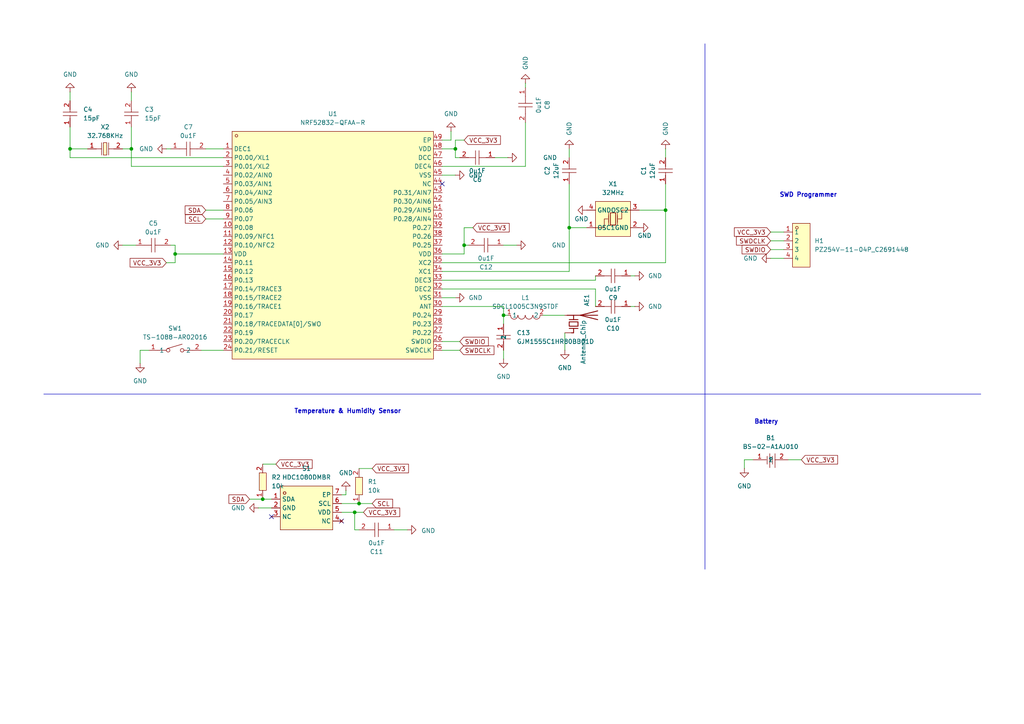
<source format=kicad_sch>
(kicad_sch
	(version 20250114)
	(generator "eeschema")
	(generator_version "9.0")
	(uuid "a309a33f-6dd0-488c-9aa1-a4108b3a8691")
	(paper "A4")
	(lib_symbols
		(symbol "Device:Antenna_Chip"
			(pin_numbers
				(hide yes)
			)
			(pin_names
				(offset 1.016)
				(hide yes)
			)
			(exclude_from_sim no)
			(in_bom yes)
			(on_board yes)
			(property "Reference" "AE"
				(at 0 5.08 0)
				(effects
					(font
						(size 1.27 1.27)
					)
					(justify right)
				)
			)
			(property "Value" "Antenna_Chip"
				(at 0 3.175 0)
				(effects
					(font
						(size 1.27 1.27)
					)
					(justify right)
				)
			)
			(property "Footprint" ""
				(at -2.54 4.445 0)
				(effects
					(font
						(size 1.27 1.27)
					)
					(hide yes)
				)
			)
			(property "Datasheet" "~"
				(at -2.54 4.445 0)
				(effects
					(font
						(size 1.27 1.27)
					)
					(hide yes)
				)
			)
			(property "Description" "Ceramic chip antenna with pin for PCB trace"
				(at 0 0 0)
				(effects
					(font
						(size 1.27 1.27)
					)
					(hide yes)
				)
			)
			(property "ki_keywords" "antenna"
				(at 0 0 0)
				(effects
					(font
						(size 1.27 1.27)
					)
					(hide yes)
				)
			)
			(symbol "Antenna_Chip_0_1"
				(polyline
					(pts
						(xy -2.54 0) (xy -2.54 -0.635)
					)
					(stroke
						(width 0.254)
						(type default)
					)
					(fill
						(type none)
					)
				)
				(polyline
					(pts
						(xy -2.54 0) (xy -1.27 0)
					)
					(stroke
						(width 0.254)
						(type default)
					)
					(fill
						(type none)
					)
				)
				(polyline
					(pts
						(xy -1.27 1.27) (xy -1.27 -1.27) (xy -1.27 0)
					)
					(stroke
						(width 0.254)
						(type default)
					)
					(fill
						(type none)
					)
				)
				(polyline
					(pts
						(xy -0.635 1.27) (xy 0.635 1.27) (xy 0.635 -1.27) (xy -0.635 -1.27) (xy -0.635 1.27)
					)
					(stroke
						(width 0.254)
						(type default)
					)
					(fill
						(type none)
					)
				)
				(polyline
					(pts
						(xy 1.27 1.27) (xy 1.27 -1.27)
					)
					(stroke
						(width 0.254)
						(type default)
					)
					(fill
						(type none)
					)
				)
				(polyline
					(pts
						(xy 1.27 0) (xy 2.54 0)
					)
					(stroke
						(width 0.254)
						(type default)
					)
					(fill
						(type none)
					)
				)
				(polyline
					(pts
						(xy 2.54 6.985) (xy 2.54 -1.905)
					)
					(stroke
						(width 0.254)
						(type default)
					)
					(fill
						(type none)
					)
				)
				(polyline
					(pts
						(xy 2.54 -0.635) (xy 2.54 0)
					)
					(stroke
						(width 0)
						(type default)
					)
					(fill
						(type none)
					)
				)
				(polyline
					(pts
						(xy 3.81 6.985) (xy 2.54 1.905) (xy 1.27 6.985)
					)
					(stroke
						(width 0.254)
						(type default)
					)
					(fill
						(type none)
					)
				)
			)
			(symbol "Antenna_Chip_1_1"
				(pin input line
					(at -2.54 -2.54 90)
					(length 2.54)
					(name "FEED"
						(effects
							(font
								(size 1.27 1.27)
							)
						)
					)
					(number "1"
						(effects
							(font
								(size 1.27 1.27)
							)
						)
					)
				)
				(pin passive line
					(at 2.54 -2.54 90)
					(length 2.54)
					(name "PCB_Trace"
						(effects
							(font
								(size 1.27 1.27)
							)
						)
					)
					(number "2"
						(effects
							(font
								(size 1.27 1.27)
							)
						)
					)
				)
			)
			(embedded_fonts no)
		)
		(symbol "easyeda2kicad:0402CG120J500NT"
			(exclude_from_sim no)
			(in_bom yes)
			(on_board yes)
			(property "Reference" "C"
				(at 0 5.08 0)
				(effects
					(font
						(size 1.27 1.27)
					)
				)
			)
			(property "Value" "12uF"
				(at 0 -5.08 0)
				(effects
					(font
						(size 1.27 1.27)
					)
				)
			)
			(property "Footprint" "easyeda2kicad:C0402"
				(at 0 -7.62 0)
				(effects
					(font
						(size 1.27 1.27)
					)
					(hide yes)
				)
			)
			(property "Datasheet" "https://lcsc.com/product-detail/Multilayer-Ceramic-Capacitors-MLCC-SMD-SMT_12pF-120-5-50V_C1547.html"
				(at 0 -10.16 0)
				(effects
					(font
						(size 1.27 1.27)
					)
					(hide yes)
				)
			)
			(property "Description" ""
				(at 0 0 0)
				(effects
					(font
						(size 1.27 1.27)
					)
					(hide yes)
				)
			)
			(property "LCSC Part" "C1547"
				(at 0 -12.7 0)
				(effects
					(font
						(size 1.27 1.27)
					)
					(hide yes)
				)
			)
			(symbol "0402CG120J500NT_0_1"
				(polyline
					(pts
						(xy -1.27 0) (xy -0.51 0)
					)
					(stroke
						(width 0)
						(type default)
					)
					(fill
						(type none)
					)
				)
				(polyline
					(pts
						(xy -0.51 2.03) (xy -0.51 -2.03)
					)
					(stroke
						(width 0)
						(type default)
					)
					(fill
						(type none)
					)
				)
				(polyline
					(pts
						(xy 0.51 2.03) (xy 0.51 -2.03)
					)
					(stroke
						(width 0)
						(type default)
					)
					(fill
						(type none)
					)
				)
				(polyline
					(pts
						(xy 0.51 0) (xy 1.27 0)
					)
					(stroke
						(width 0)
						(type default)
					)
					(fill
						(type none)
					)
				)
				(pin input line
					(at -3.81 0 0)
					(length 2.54)
					(name ""
						(effects
							(font
								(size 1.27 1.27)
							)
						)
					)
					(number "1"
						(effects
							(font
								(size 1.27 1.27)
							)
						)
					)
				)
				(pin input line
					(at 3.81 0 180)
					(length 2.54)
					(name ""
						(effects
							(font
								(size 1.27 1.27)
							)
						)
					)
					(number "2"
						(effects
							(font
								(size 1.27 1.27)
							)
						)
					)
				)
			)
			(embedded_fonts no)
		)
		(symbol "easyeda2kicad:0402CG150J500NT"
			(exclude_from_sim no)
			(in_bom yes)
			(on_board yes)
			(property "Reference" "C"
				(at 0 5.08 0)
				(effects
					(font
						(size 1.27 1.27)
					)
				)
			)
			(property "Value" "15pF"
				(at 0 -5.08 0)
				(effects
					(font
						(size 1.27 1.27)
					)
				)
			)
			(property "Footprint" "easyeda2kicad:C0402"
				(at 0 -7.62 0)
				(effects
					(font
						(size 1.27 1.27)
					)
					(hide yes)
				)
			)
			(property "Datasheet" "https://lcsc.com/product-detail/Multilayer-Ceramic-Capacitors-MLCC-SMD-SMT_15pF-150-5-50V_C1548.html"
				(at 0 -10.16 0)
				(effects
					(font
						(size 1.27 1.27)
					)
					(hide yes)
				)
			)
			(property "Description" ""
				(at 0 0 0)
				(effects
					(font
						(size 1.27 1.27)
					)
					(hide yes)
				)
			)
			(property "LCSC Part" "C1548"
				(at 0 -12.7 0)
				(effects
					(font
						(size 1.27 1.27)
					)
					(hide yes)
				)
			)
			(symbol "0402CG150J500NT_0_1"
				(polyline
					(pts
						(xy -1.27 0) (xy -0.51 0)
					)
					(stroke
						(width 0)
						(type default)
					)
					(fill
						(type none)
					)
				)
				(polyline
					(pts
						(xy -0.51 2.03) (xy -0.51 -2.03)
					)
					(stroke
						(width 0)
						(type default)
					)
					(fill
						(type none)
					)
				)
				(polyline
					(pts
						(xy 0.51 2.03) (xy 0.51 -2.03)
					)
					(stroke
						(width 0)
						(type default)
					)
					(fill
						(type none)
					)
				)
				(polyline
					(pts
						(xy 0.51 0) (xy 1.27 0)
					)
					(stroke
						(width 0)
						(type default)
					)
					(fill
						(type none)
					)
				)
				(pin input line
					(at -3.81 0 0)
					(length 2.54)
					(name ""
						(effects
							(font
								(size 1.27 1.27)
							)
						)
					)
					(number "1"
						(effects
							(font
								(size 1.27 1.27)
							)
						)
					)
				)
				(pin input line
					(at 3.81 0 180)
					(length 2.54)
					(name ""
						(effects
							(font
								(size 1.27 1.27)
							)
						)
					)
					(number "2"
						(effects
							(font
								(size 1.27 1.27)
							)
						)
					)
				)
			)
			(embedded_fonts no)
		)
		(symbol "easyeda2kicad:0603WAF1002T5E"
			(exclude_from_sim no)
			(in_bom yes)
			(on_board yes)
			(property "Reference" "R"
				(at 0 5.08 0)
				(effects
					(font
						(size 1.27 1.27)
					)
				)
			)
			(property "Value" "10k"
				(at 0 0 0)
				(effects
					(font
						(size 1.27 1.27)
					)
				)
			)
			(property "Footprint" "easyeda2kicad:R0603"
				(at 0 -7.62 0)
				(effects
					(font
						(size 1.27 1.27)
					)
					(hide yes)
				)
			)
			(property "Datasheet" "https://lcsc.com/product-detail/Chip-Resistor-Surface-Mount-UniOhm_10KR-1002-1_C25804.html"
				(at 0 -10.16 0)
				(effects
					(font
						(size 1.27 1.27)
					)
					(hide yes)
				)
			)
			(property "Description" ""
				(at 0 0 0)
				(effects
					(font
						(size 1.27 1.27)
					)
					(hide yes)
				)
			)
			(property "LCSC Part" "C25804"
				(at 0 -12.7 0)
				(effects
					(font
						(size 1.27 1.27)
					)
					(hide yes)
				)
			)
			(symbol "0603WAF1002T5E_0_1"
				(rectangle
					(start -2.54 1.02)
					(end 2.54 -1.02)
					(stroke
						(width 0)
						(type default)
					)
					(fill
						(type background)
					)
				)
				(pin input line
					(at -5.08 0 0)
					(length 2.54)
					(name ""
						(effects
							(font
								(size 1.27 1.27)
							)
						)
					)
					(number "1"
						(effects
							(font
								(size 1.27 1.27)
							)
						)
					)
				)
				(pin input line
					(at 5.08 0 180)
					(length 2.54)
					(name ""
						(effects
							(font
								(size 1.27 1.27)
							)
						)
					)
					(number "2"
						(effects
							(font
								(size 1.27 1.27)
							)
						)
					)
				)
			)
			(embedded_fonts no)
		)
		(symbol "easyeda2kicad:BS-02-A1AJ010"
			(exclude_from_sim no)
			(in_bom yes)
			(on_board yes)
			(property "Reference" "B"
				(at 0 5.08 0)
				(effects
					(font
						(size 1.27 1.27)
					)
				)
			)
			(property "Value" "BS-02-A1AJ010"
				(at 0 -5.08 0)
				(effects
					(font
						(size 1.27 1.27)
					)
				)
			)
			(property "Footprint" "easyeda2kicad:BAT-TH_BS-02-A1AJ010"
				(at 0 -7.62 0)
				(effects
					(font
						(size 1.27 1.27)
					)
					(hide yes)
				)
			)
			(property "Datasheet" ""
				(at 0 0 0)
				(effects
					(font
						(size 1.27 1.27)
					)
					(hide yes)
				)
			)
			(property "Description" ""
				(at 0 0 0)
				(effects
					(font
						(size 1.27 1.27)
					)
					(hide yes)
				)
			)
			(property "LCSC Part" "C5239862"
				(at 0 -10.16 0)
				(effects
					(font
						(size 1.27 1.27)
					)
					(hide yes)
				)
			)
			(symbol "BS-02-A1AJ010_0_1"
				(polyline
					(pts
						(xy -1.02 -1.27) (xy -1.02 1.02)
					)
					(stroke
						(width 0)
						(type default)
					)
					(fill
						(type none)
					)
				)
				(polyline
					(pts
						(xy -0.25 -2.29) (xy -0.25 1.78)
					)
					(stroke
						(width 0)
						(type default)
					)
					(fill
						(type none)
					)
				)
				(polyline
					(pts
						(xy 0.51 -1.27) (xy 0.51 1.02)
					)
					(stroke
						(width 0)
						(type default)
					)
					(fill
						(type none)
					)
				)
				(polyline
					(pts
						(xy 1.27 -2.29) (xy 1.27 1.78)
					)
					(stroke
						(width 0)
						(type default)
					)
					(fill
						(type none)
					)
				)
				(pin input line
					(at -5.08 0 0)
					(length 3.81)
					(name "1"
						(effects
							(font
								(size 1.27 1.27)
							)
						)
					)
					(number "1"
						(effects
							(font
								(size 1.27 1.27)
							)
						)
					)
				)
				(pin input line
					(at 5.08 0 180)
					(length 3.81)
					(name "2"
						(effects
							(font
								(size 1.27 1.27)
							)
						)
					)
					(number "2"
						(effects
							(font
								(size 1.27 1.27)
							)
						)
					)
				)
			)
			(embedded_fonts no)
		)
		(symbol "easyeda2kicad:CL05B104KO5NNNC"
			(exclude_from_sim no)
			(in_bom yes)
			(on_board yes)
			(property "Reference" "C"
				(at 0 5.08 0)
				(effects
					(font
						(size 1.27 1.27)
					)
				)
			)
			(property "Value" "0u1F"
				(at 0 -5.08 0)
				(effects
					(font
						(size 1.27 1.27)
					)
				)
			)
			(property "Footprint" "easyeda2kicad:C0402"
				(at 0 -7.62 0)
				(effects
					(font
						(size 1.27 1.27)
					)
					(hide yes)
				)
			)
			(property "Datasheet" "https://lcsc.com/product-detail/Multilayer-Ceramic-Capacitors-MLCC-SMD-SMT_SAMSUNG_CL05B104KO5NNNC_100nF-104-10-16V_C1525.html"
				(at 0 -10.16 0)
				(effects
					(font
						(size 1.27 1.27)
					)
					(hide yes)
				)
			)
			(property "Description" ""
				(at 0 0 0)
				(effects
					(font
						(size 1.27 1.27)
					)
					(hide yes)
				)
			)
			(property "LCSC Part" "C1525"
				(at 0 -12.7 0)
				(effects
					(font
						(size 1.27 1.27)
					)
					(hide yes)
				)
			)
			(symbol "CL05B104KO5NNNC_0_1"
				(polyline
					(pts
						(xy -0.51 0) (xy -2.54 0)
					)
					(stroke
						(width 0)
						(type default)
					)
					(fill
						(type none)
					)
				)
				(polyline
					(pts
						(xy -0.51 -2.03) (xy -0.51 2.03)
					)
					(stroke
						(width 0)
						(type default)
					)
					(fill
						(type none)
					)
				)
				(polyline
					(pts
						(xy 0.51 2.03) (xy 0.51 -2.03)
					)
					(stroke
						(width 0)
						(type default)
					)
					(fill
						(type none)
					)
				)
				(polyline
					(pts
						(xy 2.54 0) (xy 0.51 0)
					)
					(stroke
						(width 0)
						(type default)
					)
					(fill
						(type none)
					)
				)
				(pin unspecified line
					(at -5.08 0 0)
					(length 2.54)
					(name ""
						(effects
							(font
								(size 1.27 1.27)
							)
						)
					)
					(number "1"
						(effects
							(font
								(size 1.27 1.27)
							)
						)
					)
				)
				(pin unspecified line
					(at 5.08 0 180)
					(length 2.54)
					(name ""
						(effects
							(font
								(size 1.27 1.27)
							)
						)
					)
					(number "2"
						(effects
							(font
								(size 1.27 1.27)
							)
						)
					)
				)
			)
			(embedded_fonts no)
		)
		(symbol "easyeda2kicad:GJM1555C1HR80BB01D"
			(exclude_from_sim no)
			(in_bom yes)
			(on_board yes)
			(property "Reference" "C"
				(at 0 5.08 0)
				(effects
					(font
						(size 1.27 1.27)
					)
				)
			)
			(property "Value" "GJM1555C1HR80BB01D"
				(at 0 -5.08 0)
				(effects
					(font
						(size 1.27 1.27)
					)
				)
			)
			(property "Footprint" "easyeda2kicad:C0402"
				(at 0 -7.62 0)
				(effects
					(font
						(size 1.27 1.27)
					)
					(hide yes)
				)
			)
			(property "Datasheet" "https://lcsc.com/product-detail/Multilayer-Ceramic-Capacitors-MLCC-SMD-SMT_muRata_GJM1555C1HR80BB01D_0-8pF-R80-0-1pF-50V_C76915.html"
				(at 0 -10.16 0)
				(effects
					(font
						(size 1.27 1.27)
					)
					(hide yes)
				)
			)
			(property "Description" ""
				(at 0 0 0)
				(effects
					(font
						(size 1.27 1.27)
					)
					(hide yes)
				)
			)
			(property "LCSC Part" "C76915"
				(at 0 -12.7 0)
				(effects
					(font
						(size 1.27 1.27)
					)
					(hide yes)
				)
			)
			(symbol "GJM1555C1HR80BB01D_0_1"
				(polyline
					(pts
						(xy -1.27 0) (xy -0.51 0)
					)
					(stroke
						(width 0)
						(type default)
					)
					(fill
						(type none)
					)
				)
				(polyline
					(pts
						(xy -0.51 2.03) (xy -0.51 -2.03)
					)
					(stroke
						(width 0)
						(type default)
					)
					(fill
						(type none)
					)
				)
				(polyline
					(pts
						(xy 0.51 2.03) (xy 0.51 -2.03)
					)
					(stroke
						(width 0)
						(type default)
					)
					(fill
						(type none)
					)
				)
				(polyline
					(pts
						(xy 0.51 0) (xy 1.27 0)
					)
					(stroke
						(width 0)
						(type default)
					)
					(fill
						(type none)
					)
				)
				(pin input line
					(at -3.81 0 0)
					(length 2.54)
					(name "1"
						(effects
							(font
								(size 1.27 1.27)
							)
						)
					)
					(number "1"
						(effects
							(font
								(size 1.27 1.27)
							)
						)
					)
				)
				(pin input line
					(at 3.81 0 180)
					(length 2.54)
					(name "2"
						(effects
							(font
								(size 1.27 1.27)
							)
						)
					)
					(number "2"
						(effects
							(font
								(size 1.27 1.27)
							)
						)
					)
				)
			)
			(embedded_fonts no)
		)
		(symbol "easyeda2kicad:HDC1080DMBR"
			(exclude_from_sim no)
			(in_bom yes)
			(on_board yes)
			(property "Reference" "S"
				(at 0 8.89 0)
				(effects
					(font
						(size 1.27 1.27)
					)
				)
			)
			(property "Value" "HDC1080DMBR"
				(at 0 -8.89 0)
				(effects
					(font
						(size 1.27 1.27)
					)
				)
			)
			(property "Footprint" "easyeda2kicad:SENSOR-SMD_HDC1080DMBR"
				(at 0 -11.43 0)
				(effects
					(font
						(size 1.27 1.27)
					)
					(hide yes)
				)
			)
			(property "Datasheet" "https://lcsc.com/product-detail/Humidity-Moisture-Sensors_TI_HDC1080DMBR_HDC1080DMBR_C82227.html"
				(at 0 -13.97 0)
				(effects
					(font
						(size 1.27 1.27)
					)
					(hide yes)
				)
			)
			(property "Description" ""
				(at 0 0 0)
				(effects
					(font
						(size 1.27 1.27)
					)
					(hide yes)
				)
			)
			(property "LCSC Part" "C82227"
				(at 0 -16.51 0)
				(effects
					(font
						(size 1.27 1.27)
					)
					(hide yes)
				)
			)
			(symbol "HDC1080DMBR_0_1"
				(rectangle
					(start -7.62 6.35)
					(end 7.62 -6.35)
					(stroke
						(width 0)
						(type default)
					)
					(fill
						(type background)
					)
				)
				(circle
					(center -6.35 4.32)
					(radius 0.38)
					(stroke
						(width 0)
						(type default)
					)
					(fill
						(type none)
					)
				)
				(circle
					(center -6.35 4.32)
					(radius 0.38)
					(stroke
						(width 0)
						(type default)
					)
					(fill
						(type none)
					)
				)
				(pin unspecified line
					(at -10.16 2.54 0)
					(length 2.54)
					(name "SDA"
						(effects
							(font
								(size 1.27 1.27)
							)
						)
					)
					(number "1"
						(effects
							(font
								(size 1.27 1.27)
							)
						)
					)
				)
				(pin power_out line
					(at -10.16 0 0)
					(length 2.54)
					(name "GND"
						(effects
							(font
								(size 1.27 1.27)
							)
						)
					)
					(number "2"
						(effects
							(font
								(size 1.27 1.27)
							)
						)
					)
				)
				(pin unspecified line
					(at -10.16 -2.54 0)
					(length 2.54)
					(name "NC"
						(effects
							(font
								(size 1.27 1.27)
							)
						)
					)
					(number "3"
						(effects
							(font
								(size 1.27 1.27)
							)
						)
					)
				)
				(pin power_out line
					(at 10.16 3.81 180)
					(length 2.54)
					(name "EP"
						(effects
							(font
								(size 1.27 1.27)
							)
						)
					)
					(number "7"
						(effects
							(font
								(size 1.27 1.27)
							)
						)
					)
				)
				(pin unspecified line
					(at 10.16 1.27 180)
					(length 2.54)
					(name "SCL"
						(effects
							(font
								(size 1.27 1.27)
							)
						)
					)
					(number "6"
						(effects
							(font
								(size 1.27 1.27)
							)
						)
					)
				)
				(pin power_in line
					(at 10.16 -1.27 180)
					(length 2.54)
					(name "VDD"
						(effects
							(font
								(size 1.27 1.27)
							)
						)
					)
					(number "5"
						(effects
							(font
								(size 1.27 1.27)
							)
						)
					)
				)
				(pin no_connect line
					(at 10.16 -3.81 180)
					(length 2.54)
					(name "NC"
						(effects
							(font
								(size 1.27 1.27)
							)
						)
					)
					(number "4"
						(effects
							(font
								(size 1.27 1.27)
							)
						)
					)
				)
			)
			(embedded_fonts no)
		)
		(symbol "easyeda2kicad:NRF52832-QFAA-R"
			(exclude_from_sim no)
			(in_bom yes)
			(on_board yes)
			(property "Reference" "U"
				(at 0 35.56 0)
				(effects
					(font
						(size 1.27 1.27)
					)
				)
			)
			(property "Value" "NRF52832-QFAA-R"
				(at 0 -35.56 0)
				(effects
					(font
						(size 1.27 1.27)
					)
				)
			)
			(property "Footprint" "easyeda2kicad:QFN-48_L6.0-W6.0-P0.40-BL-EP3.8"
				(at 0 -38.1 0)
				(effects
					(font
						(size 1.27 1.27)
					)
					(hide yes)
				)
			)
			(property "Datasheet" "https://lcsc.com/product-detail/RF-Transceiver-ICs_NORDIC_NRF52832-QFAA-R_nRF52832-QFAA-R_C77540.html"
				(at 0 -40.64 0)
				(effects
					(font
						(size 1.27 1.27)
					)
					(hide yes)
				)
			)
			(property "Description" ""
				(at 0 0 0)
				(effects
					(font
						(size 1.27 1.27)
					)
					(hide yes)
				)
			)
			(property "LCSC Part" "C77540"
				(at 0 -43.18 0)
				(effects
					(font
						(size 1.27 1.27)
					)
					(hide yes)
				)
			)
			(symbol "NRF52832-QFAA-R_0_1"
				(rectangle
					(start -29.21 33.02)
					(end 29.21 -33.02)
					(stroke
						(width 0)
						(type default)
					)
					(fill
						(type background)
					)
				)
				(circle
					(center -27.94 31.75)
					(radius 0.38)
					(stroke
						(width 0)
						(type default)
					)
					(fill
						(type none)
					)
				)
				(pin unspecified line
					(at -31.75 27.94 0)
					(length 2.54)
					(name "DEC1"
						(effects
							(font
								(size 1.27 1.27)
							)
						)
					)
					(number "1"
						(effects
							(font
								(size 1.27 1.27)
							)
						)
					)
				)
				(pin unspecified line
					(at -31.75 25.4 0)
					(length 2.54)
					(name "P0.00/XL1"
						(effects
							(font
								(size 1.27 1.27)
							)
						)
					)
					(number "2"
						(effects
							(font
								(size 1.27 1.27)
							)
						)
					)
				)
				(pin unspecified line
					(at -31.75 22.86 0)
					(length 2.54)
					(name "P0.01/XL2"
						(effects
							(font
								(size 1.27 1.27)
							)
						)
					)
					(number "3"
						(effects
							(font
								(size 1.27 1.27)
							)
						)
					)
				)
				(pin unspecified line
					(at -31.75 20.32 0)
					(length 2.54)
					(name "P0.02/AIN0"
						(effects
							(font
								(size 1.27 1.27)
							)
						)
					)
					(number "4"
						(effects
							(font
								(size 1.27 1.27)
							)
						)
					)
				)
				(pin unspecified line
					(at -31.75 17.78 0)
					(length 2.54)
					(name "P0.03/AIN1"
						(effects
							(font
								(size 1.27 1.27)
							)
						)
					)
					(number "5"
						(effects
							(font
								(size 1.27 1.27)
							)
						)
					)
				)
				(pin unspecified line
					(at -31.75 15.24 0)
					(length 2.54)
					(name "P0.04/AIN2"
						(effects
							(font
								(size 1.27 1.27)
							)
						)
					)
					(number "6"
						(effects
							(font
								(size 1.27 1.27)
							)
						)
					)
				)
				(pin unspecified line
					(at -31.75 12.7 0)
					(length 2.54)
					(name "P0.05/AIN3"
						(effects
							(font
								(size 1.27 1.27)
							)
						)
					)
					(number "7"
						(effects
							(font
								(size 1.27 1.27)
							)
						)
					)
				)
				(pin unspecified line
					(at -31.75 10.16 0)
					(length 2.54)
					(name "P0.06"
						(effects
							(font
								(size 1.27 1.27)
							)
						)
					)
					(number "8"
						(effects
							(font
								(size 1.27 1.27)
							)
						)
					)
				)
				(pin unspecified line
					(at -31.75 7.62 0)
					(length 2.54)
					(name "P0.07"
						(effects
							(font
								(size 1.27 1.27)
							)
						)
					)
					(number "9"
						(effects
							(font
								(size 1.27 1.27)
							)
						)
					)
				)
				(pin unspecified line
					(at -31.75 5.08 0)
					(length 2.54)
					(name "P0.08"
						(effects
							(font
								(size 1.27 1.27)
							)
						)
					)
					(number "10"
						(effects
							(font
								(size 1.27 1.27)
							)
						)
					)
				)
				(pin unspecified line
					(at -31.75 2.54 0)
					(length 2.54)
					(name "P0.09/NFC1"
						(effects
							(font
								(size 1.27 1.27)
							)
						)
					)
					(number "11"
						(effects
							(font
								(size 1.27 1.27)
							)
						)
					)
				)
				(pin unspecified line
					(at -31.75 0 0)
					(length 2.54)
					(name "P0.10/NFC2"
						(effects
							(font
								(size 1.27 1.27)
							)
						)
					)
					(number "12"
						(effects
							(font
								(size 1.27 1.27)
							)
						)
					)
				)
				(pin unspecified line
					(at -31.75 -2.54 0)
					(length 2.54)
					(name "VDD"
						(effects
							(font
								(size 1.27 1.27)
							)
						)
					)
					(number "13"
						(effects
							(font
								(size 1.27 1.27)
							)
						)
					)
				)
				(pin unspecified line
					(at -31.75 -5.08 0)
					(length 2.54)
					(name "P0.11"
						(effects
							(font
								(size 1.27 1.27)
							)
						)
					)
					(number "14"
						(effects
							(font
								(size 1.27 1.27)
							)
						)
					)
				)
				(pin unspecified line
					(at -31.75 -7.62 0)
					(length 2.54)
					(name "P0.12"
						(effects
							(font
								(size 1.27 1.27)
							)
						)
					)
					(number "15"
						(effects
							(font
								(size 1.27 1.27)
							)
						)
					)
				)
				(pin unspecified line
					(at -31.75 -10.16 0)
					(length 2.54)
					(name "P0.13"
						(effects
							(font
								(size 1.27 1.27)
							)
						)
					)
					(number "16"
						(effects
							(font
								(size 1.27 1.27)
							)
						)
					)
				)
				(pin unspecified line
					(at -31.75 -12.7 0)
					(length 2.54)
					(name "P0.14/TRACE3"
						(effects
							(font
								(size 1.27 1.27)
							)
						)
					)
					(number "17"
						(effects
							(font
								(size 1.27 1.27)
							)
						)
					)
				)
				(pin unspecified line
					(at -31.75 -15.24 0)
					(length 2.54)
					(name "P0.15/TRACE2"
						(effects
							(font
								(size 1.27 1.27)
							)
						)
					)
					(number "18"
						(effects
							(font
								(size 1.27 1.27)
							)
						)
					)
				)
				(pin unspecified line
					(at -31.75 -17.78 0)
					(length 2.54)
					(name "P0.16/TRACE1"
						(effects
							(font
								(size 1.27 1.27)
							)
						)
					)
					(number "19"
						(effects
							(font
								(size 1.27 1.27)
							)
						)
					)
				)
				(pin unspecified line
					(at -31.75 -20.32 0)
					(length 2.54)
					(name "P0.17"
						(effects
							(font
								(size 1.27 1.27)
							)
						)
					)
					(number "20"
						(effects
							(font
								(size 1.27 1.27)
							)
						)
					)
				)
				(pin unspecified line
					(at -31.75 -22.86 0)
					(length 2.54)
					(name "P0.18/TRACEDATA[0]/SWO"
						(effects
							(font
								(size 1.27 1.27)
							)
						)
					)
					(number "21"
						(effects
							(font
								(size 1.27 1.27)
							)
						)
					)
				)
				(pin unspecified line
					(at -31.75 -25.4 0)
					(length 2.54)
					(name "P0.19"
						(effects
							(font
								(size 1.27 1.27)
							)
						)
					)
					(number "22"
						(effects
							(font
								(size 1.27 1.27)
							)
						)
					)
				)
				(pin unspecified line
					(at -31.75 -27.94 0)
					(length 2.54)
					(name "P0.20/TRACECLK"
						(effects
							(font
								(size 1.27 1.27)
							)
						)
					)
					(number "23"
						(effects
							(font
								(size 1.27 1.27)
							)
						)
					)
				)
				(pin unspecified line
					(at -31.75 -30.48 0)
					(length 2.54)
					(name "P0.21/RESET"
						(effects
							(font
								(size 1.27 1.27)
							)
						)
					)
					(number "24"
						(effects
							(font
								(size 1.27 1.27)
							)
						)
					)
				)
				(pin unspecified line
					(at 31.75 30.48 180)
					(length 2.54)
					(name "EP"
						(effects
							(font
								(size 1.27 1.27)
							)
						)
					)
					(number "49"
						(effects
							(font
								(size 1.27 1.27)
							)
						)
					)
				)
				(pin unspecified line
					(at 31.75 27.94 180)
					(length 2.54)
					(name "VDD"
						(effects
							(font
								(size 1.27 1.27)
							)
						)
					)
					(number "48"
						(effects
							(font
								(size 1.27 1.27)
							)
						)
					)
				)
				(pin unspecified line
					(at 31.75 25.4 180)
					(length 2.54)
					(name "DCC"
						(effects
							(font
								(size 1.27 1.27)
							)
						)
					)
					(number "47"
						(effects
							(font
								(size 1.27 1.27)
							)
						)
					)
				)
				(pin unspecified line
					(at 31.75 22.86 180)
					(length 2.54)
					(name "DEC4"
						(effects
							(font
								(size 1.27 1.27)
							)
						)
					)
					(number "46"
						(effects
							(font
								(size 1.27 1.27)
							)
						)
					)
				)
				(pin unspecified line
					(at 31.75 20.32 180)
					(length 2.54)
					(name "VSS"
						(effects
							(font
								(size 1.27 1.27)
							)
						)
					)
					(number "45"
						(effects
							(font
								(size 1.27 1.27)
							)
						)
					)
				)
				(pin unspecified line
					(at 31.75 17.78 180)
					(length 2.54)
					(name "NC"
						(effects
							(font
								(size 1.27 1.27)
							)
						)
					)
					(number "44"
						(effects
							(font
								(size 1.27 1.27)
							)
						)
					)
				)
				(pin unspecified line
					(at 31.75 15.24 180)
					(length 2.54)
					(name "P0.31/AIN7"
						(effects
							(font
								(size 1.27 1.27)
							)
						)
					)
					(number "43"
						(effects
							(font
								(size 1.27 1.27)
							)
						)
					)
				)
				(pin unspecified line
					(at 31.75 12.7 180)
					(length 2.54)
					(name "P0.30/AIN6"
						(effects
							(font
								(size 1.27 1.27)
							)
						)
					)
					(number "42"
						(effects
							(font
								(size 1.27 1.27)
							)
						)
					)
				)
				(pin unspecified line
					(at 31.75 10.16 180)
					(length 2.54)
					(name "P0.29/AIN5"
						(effects
							(font
								(size 1.27 1.27)
							)
						)
					)
					(number "41"
						(effects
							(font
								(size 1.27 1.27)
							)
						)
					)
				)
				(pin unspecified line
					(at 31.75 7.62 180)
					(length 2.54)
					(name "P0.28/AIN4"
						(effects
							(font
								(size 1.27 1.27)
							)
						)
					)
					(number "40"
						(effects
							(font
								(size 1.27 1.27)
							)
						)
					)
				)
				(pin unspecified line
					(at 31.75 5.08 180)
					(length 2.54)
					(name "P0.27"
						(effects
							(font
								(size 1.27 1.27)
							)
						)
					)
					(number "39"
						(effects
							(font
								(size 1.27 1.27)
							)
						)
					)
				)
				(pin unspecified line
					(at 31.75 2.54 180)
					(length 2.54)
					(name "P0.26"
						(effects
							(font
								(size 1.27 1.27)
							)
						)
					)
					(number "38"
						(effects
							(font
								(size 1.27 1.27)
							)
						)
					)
				)
				(pin unspecified line
					(at 31.75 0 180)
					(length 2.54)
					(name "P0.25"
						(effects
							(font
								(size 1.27 1.27)
							)
						)
					)
					(number "37"
						(effects
							(font
								(size 1.27 1.27)
							)
						)
					)
				)
				(pin unspecified line
					(at 31.75 -2.54 180)
					(length 2.54)
					(name "VDD"
						(effects
							(font
								(size 1.27 1.27)
							)
						)
					)
					(number "36"
						(effects
							(font
								(size 1.27 1.27)
							)
						)
					)
				)
				(pin unspecified line
					(at 31.75 -5.08 180)
					(length 2.54)
					(name "XC2"
						(effects
							(font
								(size 1.27 1.27)
							)
						)
					)
					(number "35"
						(effects
							(font
								(size 1.27 1.27)
							)
						)
					)
				)
				(pin unspecified line
					(at 31.75 -7.62 180)
					(length 2.54)
					(name "XC1"
						(effects
							(font
								(size 1.27 1.27)
							)
						)
					)
					(number "34"
						(effects
							(font
								(size 1.27 1.27)
							)
						)
					)
				)
				(pin unspecified line
					(at 31.75 -10.16 180)
					(length 2.54)
					(name "DEC3"
						(effects
							(font
								(size 1.27 1.27)
							)
						)
					)
					(number "33"
						(effects
							(font
								(size 1.27 1.27)
							)
						)
					)
				)
				(pin unspecified line
					(at 31.75 -12.7 180)
					(length 2.54)
					(name "DEC2"
						(effects
							(font
								(size 1.27 1.27)
							)
						)
					)
					(number "32"
						(effects
							(font
								(size 1.27 1.27)
							)
						)
					)
				)
				(pin unspecified line
					(at 31.75 -15.24 180)
					(length 2.54)
					(name "VSS"
						(effects
							(font
								(size 1.27 1.27)
							)
						)
					)
					(number "31"
						(effects
							(font
								(size 1.27 1.27)
							)
						)
					)
				)
				(pin unspecified line
					(at 31.75 -17.78 180)
					(length 2.54)
					(name "ANT"
						(effects
							(font
								(size 1.27 1.27)
							)
						)
					)
					(number "30"
						(effects
							(font
								(size 1.27 1.27)
							)
						)
					)
				)
				(pin unspecified line
					(at 31.75 -20.32 180)
					(length 2.54)
					(name "P0.24"
						(effects
							(font
								(size 1.27 1.27)
							)
						)
					)
					(number "29"
						(effects
							(font
								(size 1.27 1.27)
							)
						)
					)
				)
				(pin unspecified line
					(at 31.75 -22.86 180)
					(length 2.54)
					(name "P0.23"
						(effects
							(font
								(size 1.27 1.27)
							)
						)
					)
					(number "28"
						(effects
							(font
								(size 1.27 1.27)
							)
						)
					)
				)
				(pin unspecified line
					(at 31.75 -25.4 180)
					(length 2.54)
					(name "P0.22"
						(effects
							(font
								(size 1.27 1.27)
							)
						)
					)
					(number "27"
						(effects
							(font
								(size 1.27 1.27)
							)
						)
					)
				)
				(pin unspecified line
					(at 31.75 -27.94 180)
					(length 2.54)
					(name "SWDIO"
						(effects
							(font
								(size 1.27 1.27)
							)
						)
					)
					(number "26"
						(effects
							(font
								(size 1.27 1.27)
							)
						)
					)
				)
				(pin unspecified line
					(at 31.75 -30.48 180)
					(length 2.54)
					(name "SWDCLK"
						(effects
							(font
								(size 1.27 1.27)
							)
						)
					)
					(number "25"
						(effects
							(font
								(size 1.27 1.27)
							)
						)
					)
				)
			)
			(embedded_fonts no)
		)
		(symbol "easyeda2kicad:PZ254V-11-04P_C2691448"
			(exclude_from_sim no)
			(in_bom yes)
			(on_board yes)
			(property "Reference" "H"
				(at 0 8.89 0)
				(effects
					(font
						(size 1.27 1.27)
					)
				)
			)
			(property "Value" "PZ254V-11-04P_C2691448"
				(at 0 -8.89 0)
				(effects
					(font
						(size 1.27 1.27)
					)
				)
			)
			(property "Footprint" "easyeda2kicad:HDR-TH_4P-P2.54-V-M"
				(at 0 -11.43 0)
				(effects
					(font
						(size 1.27 1.27)
					)
					(hide yes)
				)
			)
			(property "Datasheet" ""
				(at 0 0 0)
				(effects
					(font
						(size 1.27 1.27)
					)
					(hide yes)
				)
			)
			(property "Description" ""
				(at 0 0 0)
				(effects
					(font
						(size 1.27 1.27)
					)
					(hide yes)
				)
			)
			(property "LCSC Part" "C2691448"
				(at 0 -13.97 0)
				(effects
					(font
						(size 1.27 1.27)
					)
					(hide yes)
				)
			)
			(symbol "PZ254V-11-04P_C2691448_0_1"
				(rectangle
					(start -2.54 6.35)
					(end 2.54 -6.35)
					(stroke
						(width 0)
						(type default)
					)
					(fill
						(type background)
					)
				)
				(circle
					(center -1.27 5.08)
					(radius 0.38)
					(stroke
						(width 0)
						(type default)
					)
					(fill
						(type none)
					)
				)
				(pin unspecified line
					(at -5.08 3.81 0)
					(length 2.54)
					(name "1"
						(effects
							(font
								(size 1.27 1.27)
							)
						)
					)
					(number "1"
						(effects
							(font
								(size 1.27 1.27)
							)
						)
					)
				)
				(pin unspecified line
					(at -5.08 1.27 0)
					(length 2.54)
					(name "2"
						(effects
							(font
								(size 1.27 1.27)
							)
						)
					)
					(number "2"
						(effects
							(font
								(size 1.27 1.27)
							)
						)
					)
				)
				(pin unspecified line
					(at -5.08 -1.27 0)
					(length 2.54)
					(name "3"
						(effects
							(font
								(size 1.27 1.27)
							)
						)
					)
					(number "3"
						(effects
							(font
								(size 1.27 1.27)
							)
						)
					)
				)
				(pin unspecified line
					(at -5.08 -3.81 0)
					(length 2.54)
					(name "4"
						(effects
							(font
								(size 1.27 1.27)
							)
						)
					)
					(number "4"
						(effects
							(font
								(size 1.27 1.27)
							)
						)
					)
				)
			)
			(embedded_fonts no)
		)
		(symbol "easyeda2kicad:Q13FC1350000400"
			(exclude_from_sim no)
			(in_bom yes)
			(on_board yes)
			(property "Reference" "X"
				(at 0 5.08 0)
				(effects
					(font
						(size 1.27 1.27)
					)
				)
			)
			(property "Value" "32.768KHz"
				(at 0 -5.08 0)
				(effects
					(font
						(size 1.27 1.27)
					)
				)
			)
			(property "Footprint" "easyeda2kicad:FC-135R_L3.2-W1.5"
				(at 0 -7.62 0)
				(effects
					(font
						(size 1.27 1.27)
					)
					(hide yes)
				)
			)
			(property "Datasheet" "https://lcsc.com/product-detail/SMD-Crystals_EPSON_Q13FC1350000400_32-768KHz-20ppm-12-5pF_C32346.html"
				(at 0 -10.16 0)
				(effects
					(font
						(size 1.27 1.27)
					)
					(hide yes)
				)
			)
			(property "Description" ""
				(at 0 0 0)
				(effects
					(font
						(size 1.27 1.27)
					)
					(hide yes)
				)
			)
			(property "LCSC Part" "C32346"
				(at 0 -12.7 0)
				(effects
					(font
						(size 1.27 1.27)
					)
					(hide yes)
				)
			)
			(symbol "Q13FC1350000400_0_1"
				(polyline
					(pts
						(xy -2.54 0) (xy -1.02 0)
					)
					(stroke
						(width 0)
						(type default)
					)
					(fill
						(type none)
					)
				)
				(polyline
					(pts
						(xy -1.02 1.78) (xy -1.02 -1.78)
					)
					(stroke
						(width 0)
						(type default)
					)
					(fill
						(type none)
					)
				)
				(rectangle
					(start -0.51 1.78)
					(end 0.51 -1.78)
					(stroke
						(width 0)
						(type default)
					)
					(fill
						(type background)
					)
				)
				(polyline
					(pts
						(xy 1.02 1.78) (xy 1.02 -1.78)
					)
					(stroke
						(width 0)
						(type default)
					)
					(fill
						(type none)
					)
				)
				(polyline
					(pts
						(xy 1.02 0) (xy 2.54 0)
					)
					(stroke
						(width 0)
						(type default)
					)
					(fill
						(type none)
					)
				)
				(pin unspecified line
					(at -5.08 0 0)
					(length 2.54)
					(name ""
						(effects
							(font
								(size 1.27 1.27)
							)
						)
					)
					(number "1"
						(effects
							(font
								(size 1.27 1.27)
							)
						)
					)
				)
				(pin unspecified line
					(at 5.08 0 180)
					(length 2.54)
					(name ""
						(effects
							(font
								(size 1.27 1.27)
							)
						)
					)
					(number "2"
						(effects
							(font
								(size 1.27 1.27)
							)
						)
					)
				)
			)
			(embedded_fonts no)
		)
		(symbol "easyeda2kicad:SDCL1005C3N9STDF"
			(exclude_from_sim no)
			(in_bom yes)
			(on_board yes)
			(property "Reference" "L"
				(at 0 5.08 0)
				(effects
					(font
						(size 1.27 1.27)
					)
				)
			)
			(property "Value" "SDCL1005C3N9STDF"
				(at 0 -5.08 0)
				(effects
					(font
						(size 1.27 1.27)
					)
				)
			)
			(property "Footprint" "easyeda2kicad:L0402"
				(at 0 -7.62 0)
				(effects
					(font
						(size 1.27 1.27)
					)
					(hide yes)
				)
			)
			(property "Datasheet" "https://lcsc.com/product-detail/HF-Inductors_3-9nH-3_C14033.html"
				(at 0 -10.16 0)
				(effects
					(font
						(size 1.27 1.27)
					)
					(hide yes)
				)
			)
			(property "Description" ""
				(at 0 0 0)
				(effects
					(font
						(size 1.27 1.27)
					)
					(hide yes)
				)
			)
			(property "LCSC Part" "C14033"
				(at 0 -12.7 0)
				(effects
					(font
						(size 1.27 1.27)
					)
					(hide yes)
				)
			)
			(symbol "SDCL1005C3N9STDF_0_1"
				(arc
					(start -2.27 -0.02)
					(mid -3.28 -1.1324)
					(end -4.29 -0.02)
					(stroke
						(width 0)
						(type default)
					)
					(fill
						(type none)
					)
				)
				(arc
					(start -0.11 -0.02)
					(mid -1.12 -1.1324)
					(end -2.13 -0.02)
					(stroke
						(width 0)
						(type default)
					)
					(fill
						(type none)
					)
				)
				(arc
					(start 2.04 -0.02)
					(mid 1.03 -1.1324)
					(end 0.02 -0.02)
					(stroke
						(width 0)
						(type default)
					)
					(fill
						(type none)
					)
				)
				(arc
					(start 4.23 -0.02)
					(mid 3.22 -1.1231)
					(end 2.21 -0.02)
					(stroke
						(width 0)
						(type default)
					)
					(fill
						(type none)
					)
				)
				(pin unspecified line
					(at -5.08 0 0)
					(length 0.762)
					(name "1"
						(effects
							(font
								(size 1.27 1.27)
							)
						)
					)
					(number "1"
						(effects
							(font
								(size 1.27 1.27)
							)
						)
					)
				)
				(pin unspecified line
					(at 5.08 0 180)
					(length 0.762)
					(name "2"
						(effects
							(font
								(size 1.27 1.27)
							)
						)
					)
					(number "2"
						(effects
							(font
								(size 1.27 1.27)
							)
						)
					)
				)
			)
			(embedded_fonts no)
		)
		(symbol "easyeda2kicad:TS-1088-AR02016"
			(exclude_from_sim no)
			(in_bom yes)
			(on_board yes)
			(property "Reference" "SW"
				(at 0 5.08 0)
				(effects
					(font
						(size 1.27 1.27)
					)
				)
			)
			(property "Value" "TS-1088-AR02016"
				(at 0 -5.08 0)
				(effects
					(font
						(size 1.27 1.27)
					)
				)
			)
			(property "Footprint" "easyeda2kicad:SW-SMD_L3.9-W3.0-P4.45"
				(at 0 -7.62 0)
				(effects
					(font
						(size 1.27 1.27)
					)
					(hide yes)
				)
			)
			(property "Datasheet" "https://lcsc.com/product-detail/Tactile-Switches_XUNPU-TS-1088-AR02016_C720477.html"
				(at 0 -10.16 0)
				(effects
					(font
						(size 1.27 1.27)
					)
					(hide yes)
				)
			)
			(property "Description" ""
				(at 0 0 0)
				(effects
					(font
						(size 1.27 1.27)
					)
					(hide yes)
				)
			)
			(property "LCSC Part" "C720477"
				(at 0 -12.7 0)
				(effects
					(font
						(size 1.27 1.27)
					)
					(hide yes)
				)
			)
			(symbol "TS-1088-AR02016_0_1"
				(polyline
					(pts
						(xy -5.08 0) (xy -2.54 0)
					)
					(stroke
						(width 0)
						(type default)
					)
					(fill
						(type none)
					)
				)
				(polyline
					(pts
						(xy -2.29 0.51) (xy 2.03 1.78)
					)
					(stroke
						(width 0)
						(type default)
					)
					(fill
						(type none)
					)
				)
				(circle
					(center -2.03 0)
					(radius 0.51)
					(stroke
						(width 0)
						(type default)
					)
					(fill
						(type none)
					)
				)
				(circle
					(center 2.03 0)
					(radius 0.51)
					(stroke
						(width 0)
						(type default)
					)
					(fill
						(type none)
					)
				)
				(polyline
					(pts
						(xy 5.08 0) (xy 2.54 0)
					)
					(stroke
						(width 0)
						(type default)
					)
					(fill
						(type none)
					)
				)
				(pin unspecified line
					(at -7.62 0 0)
					(length 2.54)
					(name "1"
						(effects
							(font
								(size 1.27 1.27)
							)
						)
					)
					(number "1"
						(effects
							(font
								(size 1.27 1.27)
							)
						)
					)
				)
				(pin unspecified line
					(at 7.62 0 180)
					(length 2.54)
					(name "2"
						(effects
							(font
								(size 1.27 1.27)
							)
						)
					)
					(number "2"
						(effects
							(font
								(size 1.27 1.27)
							)
						)
					)
				)
			)
			(embedded_fonts no)
		)
		(symbol "easyeda2kicad:X322532MOB4SI"
			(exclude_from_sim no)
			(in_bom yes)
			(on_board yes)
			(property "Reference" "X"
				(at 0 7.62 0)
				(effects
					(font
						(size 1.27 1.27)
					)
				)
			)
			(property "Value" "32MHz"
				(at 0 -7.62 0)
				(effects
					(font
						(size 1.27 1.27)
					)
				)
			)
			(property "Footprint" "easyeda2kicad:CRYSTAL-SMD_4P-L3.2-W2.5-BL"
				(at 0 -10.16 0)
				(effects
					(font
						(size 1.27 1.27)
					)
					(hide yes)
				)
			)
			(property "Datasheet" "https://lcsc.com/product-detail/SMD-Crystals_YSX321SL-32MHZ-12PF-10PPM-40-85_C9009.html"
				(at 0 -12.7 0)
				(effects
					(font
						(size 1.27 1.27)
					)
					(hide yes)
				)
			)
			(property "Description" ""
				(at 0 0 0)
				(effects
					(font
						(size 1.27 1.27)
					)
					(hide yes)
				)
			)
			(property "LCSC Part" "C9009"
				(at 0 -15.24 0)
				(effects
					(font
						(size 1.27 1.27)
					)
					(hide yes)
				)
			)
			(symbol "X322532MOB4SI_0_1"
				(rectangle
					(start -5.08 5.08)
					(end 5.08 -5.08)
					(stroke
						(width 0)
						(type default)
					)
					(fill
						(type background)
					)
				)
				(polyline
					(pts
						(xy -5.08 -2.54) (xy -2.54 -2.54) (xy -2.54 0) (xy -1.52 0)
					)
					(stroke
						(width 0)
						(type default)
					)
					(fill
						(type none)
					)
				)
				(polyline
					(pts
						(xy -1.27 -1.02) (xy -1.27 1.02)
					)
					(stroke
						(width 0)
						(type default)
					)
					(fill
						(type none)
					)
				)
				(polyline
					(pts
						(xy -1.27 -1.78) (xy -1.27 1.78)
					)
					(stroke
						(width 0)
						(type default)
					)
					(fill
						(type none)
					)
				)
				(polyline
					(pts
						(xy -0.76 -1.78) (xy -0.76 1.78) (xy 0.76 1.78) (xy 0.76 -1.78)
					)
					(stroke
						(width 0)
						(type default)
					)
					(fill
						(type none)
					)
				)
				(polyline
					(pts
						(xy 0.76 1.78) (xy 0.76 -1.78) (xy -0.76 -1.78) (xy -0.76 1.78) (xy 0.76 1.78)
					)
					(stroke
						(width 0)
						(type default)
					)
					(fill
						(type background)
					)
				)
				(polyline
					(pts
						(xy 0.76 -1.78) (xy -0.76 -1.78)
					)
					(stroke
						(width 0)
						(type default)
					)
					(fill
						(type none)
					)
				)
				(polyline
					(pts
						(xy 1.27 -1.02) (xy 1.27 1.02)
					)
					(stroke
						(width 0)
						(type default)
					)
					(fill
						(type none)
					)
				)
				(polyline
					(pts
						(xy 1.27 -1.78) (xy 1.27 1.78)
					)
					(stroke
						(width 0)
						(type default)
					)
					(fill
						(type none)
					)
				)
				(polyline
					(pts
						(xy 5.08 2.54) (xy 2.54 2.54) (xy 2.54 0) (xy 1.52 0)
					)
					(stroke
						(width 0)
						(type default)
					)
					(fill
						(type none)
					)
				)
				(pin unspecified line
					(at -7.62 2.54 0)
					(length 2.54)
					(name "GND"
						(effects
							(font
								(size 1.27 1.27)
							)
						)
					)
					(number "4"
						(effects
							(font
								(size 1.27 1.27)
							)
						)
					)
				)
				(pin unspecified line
					(at -7.62 -2.54 0)
					(length 2.54)
					(name "OSC1"
						(effects
							(font
								(size 1.27 1.27)
							)
						)
					)
					(number "1"
						(effects
							(font
								(size 1.27 1.27)
							)
						)
					)
				)
				(pin unspecified line
					(at 7.62 2.54 180)
					(length 2.54)
					(name "OSC2"
						(effects
							(font
								(size 1.27 1.27)
							)
						)
					)
					(number "3"
						(effects
							(font
								(size 1.27 1.27)
							)
						)
					)
				)
				(pin unspecified line
					(at 7.62 -2.54 180)
					(length 2.54)
					(name "GND"
						(effects
							(font
								(size 1.27 1.27)
							)
						)
					)
					(number "2"
						(effects
							(font
								(size 1.27 1.27)
							)
						)
					)
				)
			)
			(embedded_fonts no)
		)
		(symbol "power:GND"
			(power)
			(pin_numbers
				(hide yes)
			)
			(pin_names
				(offset 0)
				(hide yes)
			)
			(exclude_from_sim no)
			(in_bom yes)
			(on_board yes)
			(property "Reference" "#PWR"
				(at 0 -6.35 0)
				(effects
					(font
						(size 1.27 1.27)
					)
					(hide yes)
				)
			)
			(property "Value" "GND"
				(at 0 -3.81 0)
				(effects
					(font
						(size 1.27 1.27)
					)
				)
			)
			(property "Footprint" ""
				(at 0 0 0)
				(effects
					(font
						(size 1.27 1.27)
					)
					(hide yes)
				)
			)
			(property "Datasheet" ""
				(at 0 0 0)
				(effects
					(font
						(size 1.27 1.27)
					)
					(hide yes)
				)
			)
			(property "Description" "Power symbol creates a global label with name \"GND\" , ground"
				(at 0 0 0)
				(effects
					(font
						(size 1.27 1.27)
					)
					(hide yes)
				)
			)
			(property "ki_keywords" "global power"
				(at 0 0 0)
				(effects
					(font
						(size 1.27 1.27)
					)
					(hide yes)
				)
			)
			(symbol "GND_0_1"
				(polyline
					(pts
						(xy 0 0) (xy 0 -1.27) (xy 1.27 -1.27) (xy 0 -2.54) (xy -1.27 -1.27) (xy 0 -1.27)
					)
					(stroke
						(width 0)
						(type default)
					)
					(fill
						(type none)
					)
				)
			)
			(symbol "GND_1_1"
				(pin power_in line
					(at 0 0 270)
					(length 0)
					(name "~"
						(effects
							(font
								(size 1.27 1.27)
							)
						)
					)
					(number "1"
						(effects
							(font
								(size 1.27 1.27)
							)
						)
					)
				)
			)
			(embedded_fonts no)
		)
	)
	(text "Battery"
		(exclude_from_sim no)
		(at 222.25 122.428 0)
		(effects
			(font
				(size 1.27 1.27)
				(thickness 0.254)
				(bold yes)
			)
		)
		(uuid "9262b486-1e5f-4ecf-b5fb-3baf21299f82")
	)
	(text "Temperature & Humidity Sensor"
		(exclude_from_sim no)
		(at 100.838 119.38 0)
		(effects
			(font
				(size 1.27 1.27)
				(thickness 0.254)
				(bold yes)
			)
		)
		(uuid "d1355e4d-0aef-47bb-95e2-9bb347c3c23a")
	)
	(text "SWD Programmer"
		(exclude_from_sim no)
		(at 234.442 56.642 0)
		(effects
			(font
				(size 1.27 1.27)
				(thickness 0.254)
				(bold yes)
			)
		)
		(uuid "ecfb51d6-288e-4805-9d2c-20efb416a856")
	)
	(junction
		(at 193.04 60.96)
		(diameter 0)
		(color 0 0 0 0)
		(uuid "20114b31-848f-4882-b1d1-c01c54f71587")
	)
	(junction
		(at 104.14 146.05)
		(diameter 0)
		(color 0 0 0 0)
		(uuid "22ff14bb-5742-49b7-b1de-64876ea6c7c7")
	)
	(junction
		(at 20.32 43.18)
		(diameter 0)
		(color 0 0 0 0)
		(uuid "23abe642-2468-42b2-90ff-8b8a6958c2bc")
	)
	(junction
		(at 165.1 66.04)
		(diameter 0)
		(color 0 0 0 0)
		(uuid "323f62ce-a621-49dd-9fd9-a0a6443a6b17")
	)
	(junction
		(at 146.05 91.44)
		(diameter 0)
		(color 0 0 0 0)
		(uuid "3afbc80a-5741-4397-a48f-b2697473b5a8")
	)
	(junction
		(at 38.1 43.18)
		(diameter 0)
		(color 0 0 0 0)
		(uuid "5faf854a-4984-4ecf-b839-d1da6ef7c6a6")
	)
	(junction
		(at 132.08 43.18)
		(diameter 0)
		(color 0 0 0 0)
		(uuid "74a9b5c7-2a6c-451e-ae7b-02e7edf9dcc3")
	)
	(junction
		(at 76.2 144.78)
		(diameter 0)
		(color 0 0 0 0)
		(uuid "8ec10f06-53c6-4c21-bd1b-e47d5f84b422")
	)
	(junction
		(at 102.87 148.59)
		(diameter 0)
		(color 0 0 0 0)
		(uuid "a3c9e2a1-903a-4684-af73-ed12acf14ea7")
	)
	(junction
		(at 134.62 71.12)
		(diameter 0)
		(color 0 0 0 0)
		(uuid "ca6fabda-3cbc-4783-a4fc-a1434cee81f9")
	)
	(junction
		(at 50.8 73.66)
		(diameter 0)
		(color 0 0 0 0)
		(uuid "f0dec8a8-7f5c-46f1-b52e-b6aace165127")
	)
	(no_connect
		(at 99.06 151.13)
		(uuid "118a8922-4822-479c-a628-81efbc89ad69")
	)
	(no_connect
		(at 128.27 53.34)
		(uuid "423c1e2a-a1e3-4049-8add-f3312b53f0ac")
	)
	(no_connect
		(at 78.74 149.86)
		(uuid "818e3994-a925-4150-831c-2e3422730ecb")
	)
	(wire
		(pts
			(xy 130.81 40.64) (xy 130.81 38.1)
		)
		(stroke
			(width 0)
			(type default)
		)
		(uuid "04550512-c88a-406a-bba6-ad163cadfa32")
	)
	(wire
		(pts
			(xy 35.56 71.12) (xy 39.37 71.12)
		)
		(stroke
			(width 0)
			(type default)
		)
		(uuid "063775da-6cb5-4e11-959c-eb715edd85cf")
	)
	(wire
		(pts
			(xy 128.27 101.6) (xy 133.35 101.6)
		)
		(stroke
			(width 0)
			(type default)
		)
		(uuid "0fe7e0a4-a6ce-47ae-8290-ae47b8450330")
	)
	(wire
		(pts
			(xy 99.06 148.59) (xy 102.87 148.59)
		)
		(stroke
			(width 0)
			(type default)
		)
		(uuid "11eef491-e870-4bce-8955-e79b1603cc6b")
	)
	(wire
		(pts
			(xy 223.52 74.93) (xy 227.33 74.93)
		)
		(stroke
			(width 0)
			(type default)
		)
		(uuid "134144b1-ec22-4211-b8de-91dde4193d20")
	)
	(wire
		(pts
			(xy 100.33 143.51) (xy 100.33 142.24)
		)
		(stroke
			(width 0)
			(type default)
		)
		(uuid "1521fd90-b2be-41fb-b243-b9b6f105c627")
	)
	(wire
		(pts
			(xy 49.53 71.12) (xy 50.8 71.12)
		)
		(stroke
			(width 0)
			(type default)
		)
		(uuid "171af449-d1cc-45c7-994b-2c7eca758723")
	)
	(wire
		(pts
			(xy 165.1 78.74) (xy 165.1 66.04)
		)
		(stroke
			(width 0)
			(type default)
		)
		(uuid "1c0fd9d4-7db7-461b-8a9a-c3814e7c5c22")
	)
	(wire
		(pts
			(xy 223.52 72.39) (xy 227.33 72.39)
		)
		(stroke
			(width 0)
			(type default)
		)
		(uuid "1d1de902-be7b-4b7e-99a1-7f9d0bea7a57")
	)
	(wire
		(pts
			(xy 193.04 76.2) (xy 193.04 60.96)
		)
		(stroke
			(width 0)
			(type default)
		)
		(uuid "1fd30708-ea53-4d1c-a736-f42e575106ed")
	)
	(wire
		(pts
			(xy 223.52 67.31) (xy 227.33 67.31)
		)
		(stroke
			(width 0)
			(type default)
		)
		(uuid "211a990d-a595-4aa5-918a-4257fb6de225")
	)
	(wire
		(pts
			(xy 128.27 81.28) (xy 172.72 81.28)
		)
		(stroke
			(width 0)
			(type default)
		)
		(uuid "212624b0-a1ea-4f07-8aba-2cd3bbd05f5f")
	)
	(wire
		(pts
			(xy 133.35 45.72) (xy 132.08 45.72)
		)
		(stroke
			(width 0)
			(type default)
		)
		(uuid "24dec02b-20c1-4691-884a-7484f10a7b22")
	)
	(wire
		(pts
			(xy 193.04 43.18) (xy 193.04 45.72)
		)
		(stroke
			(width 0)
			(type default)
		)
		(uuid "29091ce7-db4b-4ae7-8bbf-a65b1b41fbff")
	)
	(wire
		(pts
			(xy 58.42 101.6) (xy 64.77 101.6)
		)
		(stroke
			(width 0)
			(type default)
		)
		(uuid "2a60042f-81a5-4372-928d-a50a8567b958")
	)
	(wire
		(pts
			(xy 59.69 43.18) (xy 64.77 43.18)
		)
		(stroke
			(width 0)
			(type default)
		)
		(uuid "2af25b40-d039-4542-be5a-66be9ee4cb69")
	)
	(wire
		(pts
			(xy 104.14 146.05) (xy 107.95 146.05)
		)
		(stroke
			(width 0)
			(type default)
		)
		(uuid "2ce8a4ac-8aa7-485b-a98b-98ab18bcd35b")
	)
	(wire
		(pts
			(xy 38.1 43.18) (xy 38.1 48.26)
		)
		(stroke
			(width 0)
			(type default)
		)
		(uuid "31d50e3c-4c89-486e-951f-ec74c6943191")
	)
	(wire
		(pts
			(xy 172.72 81.28) (xy 172.72 80.01)
		)
		(stroke
			(width 0)
			(type default)
		)
		(uuid "3317c2f6-1c7d-412f-8686-8c5c4e08c5d1")
	)
	(wire
		(pts
			(xy 20.32 45.72) (xy 64.77 45.72)
		)
		(stroke
			(width 0)
			(type default)
		)
		(uuid "33b4e6e4-b327-4063-abcf-fcd46cbe3365")
	)
	(wire
		(pts
			(xy 20.32 43.18) (xy 20.32 45.72)
		)
		(stroke
			(width 0)
			(type default)
		)
		(uuid "394626d6-b70d-4015-879b-e570e73e0019")
	)
	(wire
		(pts
			(xy 43.18 101.6) (xy 40.64 101.6)
		)
		(stroke
			(width 0)
			(type default)
		)
		(uuid "3cb6e3e3-c9db-4b5f-bf6a-7a80d80a9557")
	)
	(wire
		(pts
			(xy 48.26 43.18) (xy 49.53 43.18)
		)
		(stroke
			(width 0)
			(type default)
		)
		(uuid "3d055be6-caee-428f-bf22-2928660656b2")
	)
	(wire
		(pts
			(xy 99.06 146.05) (xy 104.14 146.05)
		)
		(stroke
			(width 0)
			(type default)
		)
		(uuid "4336fea7-ca15-4959-bc2d-a9d946c956c9")
	)
	(wire
		(pts
			(xy 128.27 88.9) (xy 146.05 88.9)
		)
		(stroke
			(width 0)
			(type default)
		)
		(uuid "4bab142c-bc58-4a4e-b259-3d310d45acd8")
	)
	(wire
		(pts
			(xy 128.27 73.66) (xy 134.62 73.66)
		)
		(stroke
			(width 0)
			(type default)
		)
		(uuid "4e414b8b-a601-44ee-bb70-694066de17f3")
	)
	(wire
		(pts
			(xy 38.1 36.83) (xy 38.1 43.18)
		)
		(stroke
			(width 0)
			(type default)
		)
		(uuid "5b36bd53-39e0-4f96-ac15-5680f1ef00ea")
	)
	(wire
		(pts
			(xy 50.8 73.66) (xy 64.77 73.66)
		)
		(stroke
			(width 0)
			(type default)
		)
		(uuid "5bf010d7-ec66-44b3-9480-44e3274c4aed")
	)
	(wire
		(pts
			(xy 102.87 148.59) (xy 102.87 153.67)
		)
		(stroke
			(width 0)
			(type default)
		)
		(uuid "5c85f7e7-0ae4-45b6-adc9-2700b4b3fa13")
	)
	(wire
		(pts
			(xy 59.69 63.5) (xy 64.77 63.5)
		)
		(stroke
			(width 0)
			(type default)
		)
		(uuid "61afd891-e4d7-48c7-a7e1-13d27ce61c32")
	)
	(wire
		(pts
			(xy 20.32 43.18) (xy 25.4 43.18)
		)
		(stroke
			(width 0)
			(type default)
		)
		(uuid "61bac037-80f7-4dbf-b849-8a813a9caef2")
	)
	(wire
		(pts
			(xy 59.69 60.96) (xy 64.77 60.96)
		)
		(stroke
			(width 0)
			(type default)
		)
		(uuid "626b7a84-bc19-401b-a896-71a30a08c2bc")
	)
	(wire
		(pts
			(xy 40.64 101.6) (xy 40.64 105.41)
		)
		(stroke
			(width 0)
			(type default)
		)
		(uuid "6639e3f4-0bba-4dea-902f-6df8fb739fe3")
	)
	(wire
		(pts
			(xy 102.87 148.59) (xy 105.41 148.59)
		)
		(stroke
			(width 0)
			(type default)
		)
		(uuid "66d4f104-f9d1-4ba7-b369-77c8c4a8a2fe")
	)
	(wire
		(pts
			(xy 134.62 71.12) (xy 134.62 73.66)
		)
		(stroke
			(width 0)
			(type default)
		)
		(uuid "682e05e0-b45a-48d6-acba-4f6da3ab83f2")
	)
	(wire
		(pts
			(xy 38.1 43.18) (xy 35.56 43.18)
		)
		(stroke
			(width 0)
			(type default)
		)
		(uuid "74203edb-a89a-4211-8287-9f11754c41ef")
	)
	(wire
		(pts
			(xy 163.83 96.52) (xy 163.83 101.6)
		)
		(stroke
			(width 0)
			(type default)
		)
		(uuid "74fadbdd-4e3c-4b08-9d99-39b8dba0b972")
	)
	(wire
		(pts
			(xy 50.8 73.66) (xy 50.8 76.2)
		)
		(stroke
			(width 0)
			(type default)
		)
		(uuid "7717ae0c-39b2-4e90-bf9c-715608a93c0b")
	)
	(wire
		(pts
			(xy 128.27 83.82) (xy 172.72 83.82)
		)
		(stroke
			(width 0)
			(type default)
		)
		(uuid "7943ec16-0e6b-4227-af46-7fdc4f0e3395")
	)
	(wire
		(pts
			(xy 146.05 88.9) (xy 146.05 91.44)
		)
		(stroke
			(width 0)
			(type default)
		)
		(uuid "7990c83b-e052-4fe7-b3f3-fc8cc8689bf8")
	)
	(wire
		(pts
			(xy 146.05 91.44) (xy 146.05 93.98)
		)
		(stroke
			(width 0)
			(type default)
		)
		(uuid "83d1dd2c-bb9a-444e-a62f-aeb1ae801f2e")
	)
	(wire
		(pts
			(xy 149.86 71.12) (xy 146.05 71.12)
		)
		(stroke
			(width 0)
			(type default)
		)
		(uuid "8609d300-d1f9-4256-9dbf-b53ee3b515f4")
	)
	(wire
		(pts
			(xy 134.62 66.04) (xy 137.16 66.04)
		)
		(stroke
			(width 0)
			(type default)
		)
		(uuid "87b71728-0db5-4c39-84a1-d0c3c15a585d")
	)
	(wire
		(pts
			(xy 128.27 78.74) (xy 165.1 78.74)
		)
		(stroke
			(width 0)
			(type default)
		)
		(uuid "8ede0ecf-411a-474b-8c7c-05e23dd53ad9")
	)
	(wire
		(pts
			(xy 104.14 135.89) (xy 107.95 135.89)
		)
		(stroke
			(width 0)
			(type default)
		)
		(uuid "912c4787-54b3-4a9c-ae25-11dc17f24509")
	)
	(wire
		(pts
			(xy 74.93 147.32) (xy 78.74 147.32)
		)
		(stroke
			(width 0)
			(type default)
		)
		(uuid "92c675b4-f4a2-4bf2-a2be-8ecb7436db5c")
	)
	(wire
		(pts
			(xy 134.62 66.04) (xy 134.62 71.12)
		)
		(stroke
			(width 0)
			(type default)
		)
		(uuid "964e844b-3326-4bd1-91f7-0dc169ecec50")
	)
	(wire
		(pts
			(xy 215.9 133.35) (xy 215.9 135.89)
		)
		(stroke
			(width 0)
			(type default)
		)
		(uuid "9933e6b0-a508-4f6f-83dc-a81cd5962ead")
	)
	(wire
		(pts
			(xy 118.11 153.67) (xy 114.3 153.67)
		)
		(stroke
			(width 0)
			(type default)
		)
		(uuid "9b873cfb-b0fd-498c-9486-7ba19864a7bb")
	)
	(wire
		(pts
			(xy 135.89 71.12) (xy 134.62 71.12)
		)
		(stroke
			(width 0)
			(type default)
		)
		(uuid "9da49203-c6a5-45c3-a02e-27d2f6052ca6")
	)
	(wire
		(pts
			(xy 218.44 133.35) (xy 215.9 133.35)
		)
		(stroke
			(width 0)
			(type default)
		)
		(uuid "a0e0eb1c-afd4-4638-ba5e-3853849ad397")
	)
	(wire
		(pts
			(xy 128.27 43.18) (xy 132.08 43.18)
		)
		(stroke
			(width 0)
			(type default)
		)
		(uuid "a1dbe8a4-4495-46d1-963d-2398508024d2")
	)
	(wire
		(pts
			(xy 99.06 143.51) (xy 100.33 143.51)
		)
		(stroke
			(width 0)
			(type default)
		)
		(uuid "a80649e8-17ae-43c2-8325-661a31f075db")
	)
	(wire
		(pts
			(xy 128.27 86.36) (xy 132.08 86.36)
		)
		(stroke
			(width 0)
			(type default)
		)
		(uuid "ac263822-010b-4cdf-98d2-b245bed9b1c9")
	)
	(wire
		(pts
			(xy 72.39 144.78) (xy 76.2 144.78)
		)
		(stroke
			(width 0)
			(type default)
		)
		(uuid "acbd2c5a-8284-416b-b9ac-fbaadbcc904c")
	)
	(wire
		(pts
			(xy 165.1 43.18) (xy 165.1 45.72)
		)
		(stroke
			(width 0)
			(type default)
		)
		(uuid "afdc9937-1507-40f3-89ce-ded5c9631ff4")
	)
	(wire
		(pts
			(xy 38.1 48.26) (xy 64.77 48.26)
		)
		(stroke
			(width 0)
			(type default)
		)
		(uuid "b00c4707-010a-477e-8ddb-2523c2b5f89a")
	)
	(wire
		(pts
			(xy 152.4 48.26) (xy 152.4 35.56)
		)
		(stroke
			(width 0)
			(type default)
		)
		(uuid "b25d87f6-e049-4e40-9416-8b9b65b74c17")
	)
	(wire
		(pts
			(xy 76.2 134.62) (xy 80.01 134.62)
		)
		(stroke
			(width 0)
			(type default)
		)
		(uuid "b33a2a31-bde9-4ddc-a2cd-cfd2cd78b39c")
	)
	(wire
		(pts
			(xy 128.27 76.2) (xy 193.04 76.2)
		)
		(stroke
			(width 0)
			(type default)
		)
		(uuid "b9c158f1-6316-4777-9ef2-9e47dc0b26d6")
	)
	(wire
		(pts
			(xy 147.32 91.44) (xy 146.05 91.44)
		)
		(stroke
			(width 0)
			(type default)
		)
		(uuid "bb874907-42b1-4fe4-8ff2-29d967b716bd")
	)
	(wire
		(pts
			(xy 20.32 26.67) (xy 20.32 29.21)
		)
		(stroke
			(width 0)
			(type default)
		)
		(uuid "bd721151-1726-4f0a-a258-562165fea971")
	)
	(wire
		(pts
			(xy 170.18 66.04) (xy 165.1 66.04)
		)
		(stroke
			(width 0)
			(type default)
		)
		(uuid "c12308c4-e774-43ab-8a60-e1cfd8857e55")
	)
	(wire
		(pts
			(xy 128.27 99.06) (xy 133.35 99.06)
		)
		(stroke
			(width 0)
			(type default)
		)
		(uuid "c1afdba6-8b41-4dd2-bfa3-ac05553fa553")
	)
	(wire
		(pts
			(xy 50.8 71.12) (xy 50.8 73.66)
		)
		(stroke
			(width 0)
			(type default)
		)
		(uuid "c352de61-8d9b-4b25-a582-63de9c1a559e")
	)
	(wire
		(pts
			(xy 157.48 91.44) (xy 163.83 91.44)
		)
		(stroke
			(width 0)
			(type default)
		)
		(uuid "c5360d9e-c572-4916-994b-e15329102dd2")
	)
	(wire
		(pts
			(xy 152.4 24.13) (xy 152.4 25.4)
		)
		(stroke
			(width 0)
			(type default)
		)
		(uuid "c56b3da7-11ef-4e12-9728-447b1016d8f1")
	)
	(wire
		(pts
			(xy 128.27 50.8) (xy 132.08 50.8)
		)
		(stroke
			(width 0)
			(type default)
		)
		(uuid "c954d6a0-d4da-433e-8524-42b63c1c913f")
	)
	(wire
		(pts
			(xy 128.27 40.64) (xy 130.81 40.64)
		)
		(stroke
			(width 0)
			(type default)
		)
		(uuid "ca8ef068-f0a7-49a2-8fc8-c4be1013fea3")
	)
	(wire
		(pts
			(xy 147.32 45.72) (xy 143.51 45.72)
		)
		(stroke
			(width 0)
			(type default)
		)
		(uuid "cb2f37da-17b1-47ad-88e8-45a949a06757")
	)
	(wire
		(pts
			(xy 20.32 36.83) (xy 20.32 43.18)
		)
		(stroke
			(width 0)
			(type default)
		)
		(uuid "cb3dcece-f1dd-4559-8e67-909924aa4587")
	)
	(polyline
		(pts
			(xy 204.47 12.7) (xy 204.47 165.1)
		)
		(stroke
			(width 0)
			(type default)
		)
		(uuid "cddadca3-c715-48f9-84a7-27823e28bb87")
	)
	(wire
		(pts
			(xy 132.08 40.64) (xy 134.62 40.64)
		)
		(stroke
			(width 0)
			(type default)
		)
		(uuid "cf0850a3-5f25-4307-b5bf-924a717d2ce1")
	)
	(wire
		(pts
			(xy 38.1 26.67) (xy 38.1 29.21)
		)
		(stroke
			(width 0)
			(type default)
		)
		(uuid "d08a6d34-1c21-42c1-8618-e57442066329")
	)
	(wire
		(pts
			(xy 223.52 69.85) (xy 227.33 69.85)
		)
		(stroke
			(width 0)
			(type default)
		)
		(uuid "d1c1d100-205f-4fda-8e64-85e07b6838ea")
	)
	(wire
		(pts
			(xy 184.15 80.01) (xy 182.88 80.01)
		)
		(stroke
			(width 0)
			(type default)
		)
		(uuid "d2855648-5294-4b1d-a3e7-c58cdbd47d73")
	)
	(wire
		(pts
			(xy 185.42 60.96) (xy 193.04 60.96)
		)
		(stroke
			(width 0)
			(type default)
		)
		(uuid "d74e87ca-a48f-46fa-b2c8-088084a6c9a1")
	)
	(wire
		(pts
			(xy 172.72 83.82) (xy 172.72 88.9)
		)
		(stroke
			(width 0)
			(type default)
		)
		(uuid "d9972acf-7eae-4bb3-a06e-4b162807fe41")
	)
	(wire
		(pts
			(xy 228.6 133.35) (xy 232.41 133.35)
		)
		(stroke
			(width 0)
			(type default)
		)
		(uuid "da952c9e-c537-49ab-bb25-fe8bcc0a825e")
	)
	(wire
		(pts
			(xy 132.08 43.18) (xy 132.08 45.72)
		)
		(stroke
			(width 0)
			(type default)
		)
		(uuid "dae18b12-de67-4e05-ac6c-226ac6f31434")
	)
	(polyline
		(pts
			(xy 12.7 114.3) (xy 284.48 114.3)
		)
		(stroke
			(width 0)
			(type default)
		)
		(uuid "ddb89ee9-3df0-42f1-809f-efa807576e09")
	)
	(wire
		(pts
			(xy 165.1 66.04) (xy 165.1 53.34)
		)
		(stroke
			(width 0)
			(type default)
		)
		(uuid "e3674129-0987-4bbd-b1f3-e004a27bfd22")
	)
	(wire
		(pts
			(xy 193.04 60.96) (xy 193.04 53.34)
		)
		(stroke
			(width 0)
			(type default)
		)
		(uuid "ea935896-071b-46a0-b831-09d3136f82a6")
	)
	(wire
		(pts
			(xy 184.15 88.9) (xy 182.88 88.9)
		)
		(stroke
			(width 0)
			(type default)
		)
		(uuid "ec5afaae-89ce-4b41-8a35-0e5d5460b96d")
	)
	(wire
		(pts
			(xy 104.14 153.67) (xy 102.87 153.67)
		)
		(stroke
			(width 0)
			(type default)
		)
		(uuid "f3e28fa2-a72e-49c8-96c9-f6cd413f9274")
	)
	(wire
		(pts
			(xy 76.2 144.78) (xy 78.74 144.78)
		)
		(stroke
			(width 0)
			(type default)
		)
		(uuid "f59fbc38-7ff6-4dea-a6ca-4c3060902d79")
	)
	(wire
		(pts
			(xy 132.08 40.64) (xy 132.08 43.18)
		)
		(stroke
			(width 0)
			(type default)
		)
		(uuid "fdebb4ea-aa25-4fb7-a8df-cbee586cb89f")
	)
	(wire
		(pts
			(xy 50.8 76.2) (xy 48.26 76.2)
		)
		(stroke
			(width 0)
			(type default)
		)
		(uuid "fe6044df-0d42-4255-b9a5-f847610681bd")
	)
	(wire
		(pts
			(xy 128.27 48.26) (xy 152.4 48.26)
		)
		(stroke
			(width 0)
			(type default)
		)
		(uuid "fe7006af-869b-4120-a974-3e456cd85c70")
	)
	(wire
		(pts
			(xy 146.05 101.6) (xy 146.05 104.14)
		)
		(stroke
			(width 0)
			(type default)
		)
		(uuid "ff5dc909-9ad8-499a-91b8-8c1e20d2c6c9")
	)
	(global_label "SCL"
		(shape input)
		(at 59.69 63.5 180)
		(fields_autoplaced yes)
		(effects
			(font
				(size 1.27 1.27)
			)
			(justify right)
		)
		(uuid "0d0137c6-1fe6-4d69-98f5-46b91ddcf832")
		(property "Intersheetrefs" "${INTERSHEET_REFS}"
			(at 53.1972 63.5 0)
			(effects
				(font
					(size 1.27 1.27)
				)
				(justify right)
				(hide yes)
			)
		)
	)
	(global_label "SWDCLK"
		(shape input)
		(at 223.52 69.85 180)
		(fields_autoplaced yes)
		(effects
			(font
				(size 1.27 1.27)
			)
			(justify right)
		)
		(uuid "16a802b3-5e32-4e5f-b4e0-9b8875772a76")
		(property "Intersheetrefs" "${INTERSHEET_REFS}"
			(at 213.0358 69.85 0)
			(effects
				(font
					(size 1.27 1.27)
				)
				(justify right)
				(hide yes)
			)
		)
	)
	(global_label "VCC_3V3"
		(shape input)
		(at 134.62 40.64 0)
		(fields_autoplaced yes)
		(effects
			(font
				(size 1.27 1.27)
			)
			(justify left)
		)
		(uuid "1acb56c5-d87b-4f27-af42-ee2e260302f1")
		(property "Intersheetrefs" "${INTERSHEET_REFS}"
			(at 145.709 40.64 0)
			(effects
				(font
					(size 1.27 1.27)
				)
				(justify left)
				(hide yes)
			)
		)
	)
	(global_label "VCC_3V3"
		(shape input)
		(at 232.41 133.35 0)
		(fields_autoplaced yes)
		(effects
			(font
				(size 1.27 1.27)
			)
			(justify left)
		)
		(uuid "3bfe6980-05f4-49ab-907e-c888bd143194")
		(property "Intersheetrefs" "${INTERSHEET_REFS}"
			(at 243.499 133.35 0)
			(effects
				(font
					(size 1.27 1.27)
				)
				(justify left)
				(hide yes)
			)
		)
	)
	(global_label "SDA"
		(shape input)
		(at 72.39 144.78 180)
		(fields_autoplaced yes)
		(effects
			(font
				(size 1.27 1.27)
			)
			(justify right)
		)
		(uuid "3ec521d9-8367-4ce8-97da-5ab5c59810b2")
		(property "Intersheetrefs" "${INTERSHEET_REFS}"
			(at 65.8367 144.78 0)
			(effects
				(font
					(size 1.27 1.27)
				)
				(justify right)
				(hide yes)
			)
		)
	)
	(global_label "VCC_3V3"
		(shape input)
		(at 80.01 134.62 0)
		(fields_autoplaced yes)
		(effects
			(font
				(size 1.27 1.27)
			)
			(justify left)
		)
		(uuid "524ea24d-05aa-450b-b8c6-edbdb538de98")
		(property "Intersheetrefs" "${INTERSHEET_REFS}"
			(at 91.099 134.62 0)
			(effects
				(font
					(size 1.27 1.27)
				)
				(justify left)
				(hide yes)
			)
		)
	)
	(global_label "VCC_3V3"
		(shape input)
		(at 48.26 76.2 180)
		(fields_autoplaced yes)
		(effects
			(font
				(size 1.27 1.27)
			)
			(justify right)
		)
		(uuid "5b6e17f1-adaa-4a82-bbb1-7612c2a8b731")
		(property "Intersheetrefs" "${INTERSHEET_REFS}"
			(at 37.171 76.2 0)
			(effects
				(font
					(size 1.27 1.27)
				)
				(justify right)
				(hide yes)
			)
		)
	)
	(global_label "VCC_3V3"
		(shape input)
		(at 137.16 66.04 0)
		(fields_autoplaced yes)
		(effects
			(font
				(size 1.27 1.27)
			)
			(justify left)
		)
		(uuid "5c3b72a1-7a4e-41f9-bef2-16c13c723ee2")
		(property "Intersheetrefs" "${INTERSHEET_REFS}"
			(at 148.249 66.04 0)
			(effects
				(font
					(size 1.27 1.27)
				)
				(justify left)
				(hide yes)
			)
		)
	)
	(global_label "SWDIO"
		(shape input)
		(at 133.35 99.06 0)
		(fields_autoplaced yes)
		(effects
			(font
				(size 1.27 1.27)
			)
			(justify left)
		)
		(uuid "6eafeb54-1c0f-4379-8e35-69da6761854e")
		(property "Intersheetrefs" "${INTERSHEET_REFS}"
			(at 142.2014 99.06 0)
			(effects
				(font
					(size 1.27 1.27)
				)
				(justify left)
				(hide yes)
			)
		)
	)
	(global_label "VCC_3V3"
		(shape input)
		(at 223.52 67.31 180)
		(fields_autoplaced yes)
		(effects
			(font
				(size 1.27 1.27)
			)
			(justify right)
		)
		(uuid "76dfb054-5685-4383-a8d2-d320dc0d72ab")
		(property "Intersheetrefs" "${INTERSHEET_REFS}"
			(at 212.431 67.31 0)
			(effects
				(font
					(size 1.27 1.27)
				)
				(justify right)
				(hide yes)
			)
		)
	)
	(global_label "SWDIO"
		(shape input)
		(at 223.52 72.39 180)
		(fields_autoplaced yes)
		(effects
			(font
				(size 1.27 1.27)
			)
			(justify right)
		)
		(uuid "a4bb2dd7-97f3-4b7d-9df9-fd54d26523d1")
		(property "Intersheetrefs" "${INTERSHEET_REFS}"
			(at 214.6686 72.39 0)
			(effects
				(font
					(size 1.27 1.27)
				)
				(justify right)
				(hide yes)
			)
		)
	)
	(global_label "SWDCLK"
		(shape input)
		(at 133.35 101.6 0)
		(fields_autoplaced yes)
		(effects
			(font
				(size 1.27 1.27)
			)
			(justify left)
		)
		(uuid "befe49a4-9e91-47ed-8081-1f4e5e766726")
		(property "Intersheetrefs" "${INTERSHEET_REFS}"
			(at 143.8342 101.6 0)
			(effects
				(font
					(size 1.27 1.27)
				)
				(justify left)
				(hide yes)
			)
		)
	)
	(global_label "VCC_3V3"
		(shape input)
		(at 105.41 148.59 0)
		(fields_autoplaced yes)
		(effects
			(font
				(size 1.27 1.27)
			)
			(justify left)
		)
		(uuid "c654080c-5560-4d51-9c8f-aedf0dddb4a2")
		(property "Intersheetrefs" "${INTERSHEET_REFS}"
			(at 116.499 148.59 0)
			(effects
				(font
					(size 1.27 1.27)
				)
				(justify left)
				(hide yes)
			)
		)
	)
	(global_label "SCL"
		(shape input)
		(at 107.95 146.05 0)
		(fields_autoplaced yes)
		(effects
			(font
				(size 1.27 1.27)
			)
			(justify left)
		)
		(uuid "ca91f1bf-e30a-461e-9d3a-5656b976b52d")
		(property "Intersheetrefs" "${INTERSHEET_REFS}"
			(at 114.4428 146.05 0)
			(effects
				(font
					(size 1.27 1.27)
				)
				(justify left)
				(hide yes)
			)
		)
	)
	(global_label "VCC_3V3"
		(shape input)
		(at 107.95 135.89 0)
		(fields_autoplaced yes)
		(effects
			(font
				(size 1.27 1.27)
			)
			(justify left)
		)
		(uuid "cead36f3-8a70-4ba3-a346-8ff29109529f")
		(property "Intersheetrefs" "${INTERSHEET_REFS}"
			(at 119.039 135.89 0)
			(effects
				(font
					(size 1.27 1.27)
				)
				(justify left)
				(hide yes)
			)
		)
	)
	(global_label "SDA"
		(shape input)
		(at 59.69 60.96 180)
		(fields_autoplaced yes)
		(effects
			(font
				(size 1.27 1.27)
			)
			(justify right)
		)
		(uuid "d532e862-0ee9-4c0e-81bf-8d78e65fab94")
		(property "Intersheetrefs" "${INTERSHEET_REFS}"
			(at 53.1367 60.96 0)
			(effects
				(font
					(size 1.27 1.27)
				)
				(justify right)
				(hide yes)
			)
		)
	)
	(symbol
		(lib_id "easyeda2kicad:0603WAF1002T5E")
		(at 76.2 139.7 90)
		(unit 1)
		(exclude_from_sim no)
		(in_bom yes)
		(on_board yes)
		(dnp no)
		(fields_autoplaced yes)
		(uuid "0da781ea-ff08-4ef9-99ed-af29417e5ca6")
		(property "Reference" "R2"
			(at 78.74 138.4299 90)
			(effects
				(font
					(size 1.27 1.27)
				)
				(justify right)
			)
		)
		(property "Value" "10k"
			(at 78.74 140.9699 90)
			(effects
				(font
					(size 1.27 1.27)
				)
				(justify right)
			)
		)
		(property "Footprint" "easyeda2kicad:R0603"
			(at 83.82 139.7 0)
			(effects
				(font
					(size 1.27 1.27)
				)
				(hide yes)
			)
		)
		(property "Datasheet" "https://lcsc.com/product-detail/Chip-Resistor-Surface-Mount-UniOhm_10KR-1002-1_C25804.html"
			(at 86.36 139.7 0)
			(effects
				(font
					(size 1.27 1.27)
				)
				(hide yes)
			)
		)
		(property "Description" ""
			(at 76.2 139.7 0)
			(effects
				(font
					(size 1.27 1.27)
				)
				(hide yes)
			)
		)
		(property "LCSC Part" "C25804"
			(at 88.9 139.7 0)
			(effects
				(font
					(size 1.27 1.27)
				)
				(hide yes)
			)
		)
		(pin "1"
			(uuid "a221f678-63f3-49d9-b551-31a19d6c12e5")
		)
		(pin "2"
			(uuid "787fdcec-2325-4045-bc19-fe44c8d7a844")
		)
		(instances
			(project "BleTemp"
				(path "/a309a33f-6dd0-488c-9aa1-a4108b3a8691"
					(reference "R2")
					(unit 1)
				)
			)
		)
	)
	(symbol
		(lib_id "easyeda2kicad:X322532MOB4SI")
		(at 177.8 63.5 0)
		(unit 1)
		(exclude_from_sim no)
		(in_bom yes)
		(on_board yes)
		(dnp no)
		(fields_autoplaced yes)
		(uuid "0e7dbf26-8d6e-4f71-8541-04de5b89d701")
		(property "Reference" "X1"
			(at 177.8 53.34 0)
			(effects
				(font
					(size 1.27 1.27)
				)
			)
		)
		(property "Value" "32MHz"
			(at 177.8 55.88 0)
			(effects
				(font
					(size 1.27 1.27)
				)
			)
		)
		(property "Footprint" "easyeda2kicad:CRYSTAL-SMD_4P-L3.2-W2.5-BL"
			(at 177.8 73.66 0)
			(effects
				(font
					(size 1.27 1.27)
				)
				(hide yes)
			)
		)
		(property "Datasheet" "https://lcsc.com/product-detail/SMD-Crystals_YSX321SL-32MHZ-12PF-10PPM-40-85_C9009.html"
			(at 177.8 76.2 0)
			(effects
				(font
					(size 1.27 1.27)
				)
				(hide yes)
			)
		)
		(property "Description" ""
			(at 177.8 63.5 0)
			(effects
				(font
					(size 1.27 1.27)
				)
				(hide yes)
			)
		)
		(property "LCSC Part" "C9009"
			(at 177.8 78.74 0)
			(effects
				(font
					(size 1.27 1.27)
				)
				(hide yes)
			)
		)
		(pin "1"
			(uuid "88fc6bba-0876-4a57-99a2-a43ab08ba973")
		)
		(pin "4"
			(uuid "0db62a24-a57d-439b-b63f-873bdd28c1b7")
		)
		(pin "2"
			(uuid "c9bd2aaf-9989-4a19-a415-1c2b85155481")
		)
		(pin "3"
			(uuid "8629de81-4bfa-41b6-adf8-ec167327811d")
		)
		(instances
			(project ""
				(path "/a309a33f-6dd0-488c-9aa1-a4108b3a8691"
					(reference "X1")
					(unit 1)
				)
			)
		)
	)
	(symbol
		(lib_id "power:GND")
		(at 170.18 60.96 270)
		(unit 1)
		(exclude_from_sim no)
		(in_bom yes)
		(on_board yes)
		(dnp no)
		(uuid "104764ce-4db1-4e5e-9484-6f97fe4c3b29")
		(property "Reference" "#PWR3"
			(at 163.83 60.96 0)
			(effects
				(font
					(size 1.27 1.27)
				)
				(hide yes)
			)
		)
		(property "Value" "GND"
			(at 170.688 63.5 90)
			(effects
				(font
					(size 1.27 1.27)
				)
				(justify right)
			)
		)
		(property "Footprint" ""
			(at 170.18 60.96 0)
			(effects
				(font
					(size 1.27 1.27)
				)
				(hide yes)
			)
		)
		(property "Datasheet" ""
			(at 170.18 60.96 0)
			(effects
				(font
					(size 1.27 1.27)
				)
				(hide yes)
			)
		)
		(property "Description" "Power symbol creates a global label with name \"GND\" , ground"
			(at 170.18 60.96 0)
			(effects
				(font
					(size 1.27 1.27)
				)
				(hide yes)
			)
		)
		(pin "1"
			(uuid "3fb61353-f63a-4a39-a007-944a7aaa571e")
		)
		(instances
			(project "BleTemp"
				(path "/a309a33f-6dd0-488c-9aa1-a4108b3a8691"
					(reference "#PWR3")
					(unit 1)
				)
			)
		)
	)
	(symbol
		(lib_id "power:GND")
		(at 35.56 71.12 270)
		(unit 1)
		(exclude_from_sim no)
		(in_bom yes)
		(on_board yes)
		(dnp no)
		(fields_autoplaced yes)
		(uuid "1136bcbb-0d11-4224-a9e5-a99d073f9860")
		(property "Reference" "#PWR11"
			(at 29.21 71.12 0)
			(effects
				(font
					(size 1.27 1.27)
				)
				(hide yes)
			)
		)
		(property "Value" "GND"
			(at 31.75 71.1199 90)
			(effects
				(font
					(size 1.27 1.27)
				)
				(justify right)
			)
		)
		(property "Footprint" ""
			(at 35.56 71.12 0)
			(effects
				(font
					(size 1.27 1.27)
				)
				(hide yes)
			)
		)
		(property "Datasheet" ""
			(at 35.56 71.12 0)
			(effects
				(font
					(size 1.27 1.27)
				)
				(hide yes)
			)
		)
		(property "Description" "Power symbol creates a global label with name \"GND\" , ground"
			(at 35.56 71.12 0)
			(effects
				(font
					(size 1.27 1.27)
				)
				(hide yes)
			)
		)
		(pin "1"
			(uuid "ee612ccc-ac0d-4207-81f3-aa17c7c12405")
		)
		(instances
			(project "BleTemp"
				(path "/a309a33f-6dd0-488c-9aa1-a4108b3a8691"
					(reference "#PWR11")
					(unit 1)
				)
			)
		)
	)
	(symbol
		(lib_id "easyeda2kicad:CL05B104KO5NNNC")
		(at 140.97 71.12 180)
		(unit 1)
		(exclude_from_sim no)
		(in_bom yes)
		(on_board yes)
		(dnp no)
		(fields_autoplaced yes)
		(uuid "117ddb29-3527-4669-83c8-12ebfc890a93")
		(property "Reference" "C12"
			(at 140.97 77.47 0)
			(effects
				(font
					(size 1.27 1.27)
				)
			)
		)
		(property "Value" "0u1F"
			(at 140.97 74.93 0)
			(effects
				(font
					(size 1.27 1.27)
				)
			)
		)
		(property "Footprint" "easyeda2kicad:C0402"
			(at 140.97 63.5 0)
			(effects
				(font
					(size 1.27 1.27)
				)
				(hide yes)
			)
		)
		(property "Datasheet" "https://lcsc.com/product-detail/Multilayer-Ceramic-Capacitors-MLCC-SMD-SMT_SAMSUNG_CL05B104KO5NNNC_100nF-104-10-16V_C1525.html"
			(at 140.97 60.96 0)
			(effects
				(font
					(size 1.27 1.27)
				)
				(hide yes)
			)
		)
		(property "Description" ""
			(at 140.97 71.12 0)
			(effects
				(font
					(size 1.27 1.27)
				)
				(hide yes)
			)
		)
		(property "LCSC Part" "C1525"
			(at 140.97 58.42 0)
			(effects
				(font
					(size 1.27 1.27)
				)
				(hide yes)
			)
		)
		(pin "1"
			(uuid "15c420ce-a5d4-4ede-a980-b4407a08bc7d")
		)
		(pin "2"
			(uuid "babb847f-e103-4fbf-9be6-a18fb098f7c6")
		)
		(instances
			(project "BleTemp"
				(path "/a309a33f-6dd0-488c-9aa1-a4108b3a8691"
					(reference "C12")
					(unit 1)
				)
			)
		)
	)
	(symbol
		(lib_id "easyeda2kicad:CL05B104KO5NNNC")
		(at 177.8 80.01 180)
		(unit 1)
		(exclude_from_sim no)
		(in_bom yes)
		(on_board yes)
		(dnp no)
		(fields_autoplaced yes)
		(uuid "14958dce-5ae2-4a60-82a7-f23002e847c2")
		(property "Reference" "C9"
			(at 177.8 86.36 0)
			(effects
				(font
					(size 1.27 1.27)
				)
			)
		)
		(property "Value" "0u1F"
			(at 177.8 83.82 0)
			(effects
				(font
					(size 1.27 1.27)
				)
			)
		)
		(property "Footprint" "easyeda2kicad:C0402"
			(at 177.8 72.39 0)
			(effects
				(font
					(size 1.27 1.27)
				)
				(hide yes)
			)
		)
		(property "Datasheet" "https://lcsc.com/product-detail/Multilayer-Ceramic-Capacitors-MLCC-SMD-SMT_SAMSUNG_CL05B104KO5NNNC_100nF-104-10-16V_C1525.html"
			(at 177.8 69.85 0)
			(effects
				(font
					(size 1.27 1.27)
				)
				(hide yes)
			)
		)
		(property "Description" ""
			(at 177.8 80.01 0)
			(effects
				(font
					(size 1.27 1.27)
				)
				(hide yes)
			)
		)
		(property "LCSC Part" "C1525"
			(at 177.8 67.31 0)
			(effects
				(font
					(size 1.27 1.27)
				)
				(hide yes)
			)
		)
		(pin "1"
			(uuid "d5999360-4903-4b1c-99b4-bc71ee74fd06")
		)
		(pin "2"
			(uuid "1d04b8dc-c9c2-4b2f-a79b-9733e98882f7")
		)
		(instances
			(project "BleTemp"
				(path "/a309a33f-6dd0-488c-9aa1-a4108b3a8691"
					(reference "C9")
					(unit 1)
				)
			)
		)
	)
	(symbol
		(lib_id "easyeda2kicad:0402CG150J500NT")
		(at 38.1 33.02 90)
		(unit 1)
		(exclude_from_sim no)
		(in_bom yes)
		(on_board yes)
		(dnp no)
		(fields_autoplaced yes)
		(uuid "15df8f78-a421-4c56-92ad-d0d45d1fc828")
		(property "Reference" "C3"
			(at 41.91 31.7499 90)
			(effects
				(font
					(size 1.27 1.27)
				)
				(justify right)
			)
		)
		(property "Value" "15pF"
			(at 41.91 34.2899 90)
			(effects
				(font
					(size 1.27 1.27)
				)
				(justify right)
			)
		)
		(property "Footprint" "easyeda2kicad:C0402"
			(at 45.72 33.02 0)
			(effects
				(font
					(size 1.27 1.27)
				)
				(hide yes)
			)
		)
		(property "Datasheet" "https://lcsc.com/product-detail/Multilayer-Ceramic-Capacitors-MLCC-SMD-SMT_15pF-150-5-50V_C1548.html"
			(at 48.26 33.02 0)
			(effects
				(font
					(size 1.27 1.27)
				)
				(hide yes)
			)
		)
		(property "Description" ""
			(at 38.1 33.02 0)
			(effects
				(font
					(size 1.27 1.27)
				)
				(hide yes)
			)
		)
		(property "LCSC Part" "C1548"
			(at 50.8 33.02 0)
			(effects
				(font
					(size 1.27 1.27)
				)
				(hide yes)
			)
		)
		(pin "1"
			(uuid "f599835c-3f23-43e3-bf56-353240ea3b93")
		)
		(pin "2"
			(uuid "c15f55b9-5bfc-45a1-b1d6-8d01296e6a5c")
		)
		(instances
			(project ""
				(path "/a309a33f-6dd0-488c-9aa1-a4108b3a8691"
					(reference "C3")
					(unit 1)
				)
			)
		)
	)
	(symbol
		(lib_id "easyeda2kicad:0402CG120J500NT")
		(at 165.1 49.53 90)
		(unit 1)
		(exclude_from_sim no)
		(in_bom yes)
		(on_board yes)
		(dnp no)
		(uuid "1a76d77b-86a4-4a30-b94e-69f1996eb49c")
		(property "Reference" "C2"
			(at 158.75 49.53 0)
			(effects
				(font
					(size 1.27 1.27)
				)
			)
		)
		(property "Value" "12uF"
			(at 161.29 49.53 0)
			(effects
				(font
					(size 1.27 1.27)
				)
			)
		)
		(property "Footprint" "easyeda2kicad:C0402"
			(at 172.72 49.53 0)
			(effects
				(font
					(size 1.27 1.27)
				)
				(hide yes)
			)
		)
		(property "Datasheet" "https://lcsc.com/product-detail/Multilayer-Ceramic-Capacitors-MLCC-SMD-SMT_12pF-120-5-50V_C1547.html"
			(at 175.26 49.53 0)
			(effects
				(font
					(size 1.27 1.27)
				)
				(hide yes)
			)
		)
		(property "Description" ""
			(at 165.1 49.53 0)
			(effects
				(font
					(size 1.27 1.27)
				)
				(hide yes)
			)
		)
		(property "LCSC Part" "C1547"
			(at 177.8 49.53 0)
			(effects
				(font
					(size 1.27 1.27)
				)
				(hide yes)
			)
		)
		(pin "1"
			(uuid "b21bac5a-293c-4eba-8921-77df8c169ce9")
		)
		(pin "2"
			(uuid "f70c682a-d080-4a2f-b376-8343ed818f20")
		)
		(instances
			(project "BleTemp"
				(path "/a309a33f-6dd0-488c-9aa1-a4108b3a8691"
					(reference "C2")
					(unit 1)
				)
			)
		)
	)
	(symbol
		(lib_id "power:GND")
		(at 215.9 135.89 0)
		(unit 1)
		(exclude_from_sim no)
		(in_bom yes)
		(on_board yes)
		(dnp no)
		(fields_autoplaced yes)
		(uuid "23be516b-dddc-49ac-ae4e-7397253ce4e8")
		(property "Reference" "#PWR18"
			(at 215.9 142.24 0)
			(effects
				(font
					(size 1.27 1.27)
				)
				(hide yes)
			)
		)
		(property "Value" "GND"
			(at 215.9 140.97 0)
			(effects
				(font
					(size 1.27 1.27)
				)
			)
		)
		(property "Footprint" ""
			(at 215.9 135.89 0)
			(effects
				(font
					(size 1.27 1.27)
				)
				(hide yes)
			)
		)
		(property "Datasheet" ""
			(at 215.9 135.89 0)
			(effects
				(font
					(size 1.27 1.27)
				)
				(hide yes)
			)
		)
		(property "Description" "Power symbol creates a global label with name \"GND\" , ground"
			(at 215.9 135.89 0)
			(effects
				(font
					(size 1.27 1.27)
				)
				(hide yes)
			)
		)
		(pin "1"
			(uuid "24de1930-67b6-4087-b61e-5938e3e8450b")
		)
		(instances
			(project ""
				(path "/a309a33f-6dd0-488c-9aa1-a4108b3a8691"
					(reference "#PWR18")
					(unit 1)
				)
			)
		)
	)
	(symbol
		(lib_id "easyeda2kicad:CL05B104KO5NNNC")
		(at 152.4 30.48 270)
		(unit 1)
		(exclude_from_sim no)
		(in_bom yes)
		(on_board yes)
		(dnp no)
		(fields_autoplaced yes)
		(uuid "29575866-0a9a-4f92-8b91-2682bfa09eb9")
		(property "Reference" "C8"
			(at 158.75 30.48 0)
			(effects
				(font
					(size 1.27 1.27)
				)
			)
		)
		(property "Value" "0u1F"
			(at 156.21 30.48 0)
			(effects
				(font
					(size 1.27 1.27)
				)
			)
		)
		(property "Footprint" "easyeda2kicad:C0402"
			(at 144.78 30.48 0)
			(effects
				(font
					(size 1.27 1.27)
				)
				(hide yes)
			)
		)
		(property "Datasheet" "https://lcsc.com/product-detail/Multilayer-Ceramic-Capacitors-MLCC-SMD-SMT_SAMSUNG_CL05B104KO5NNNC_100nF-104-10-16V_C1525.html"
			(at 142.24 30.48 0)
			(effects
				(font
					(size 1.27 1.27)
				)
				(hide yes)
			)
		)
		(property "Description" ""
			(at 152.4 30.48 0)
			(effects
				(font
					(size 1.27 1.27)
				)
				(hide yes)
			)
		)
		(property "LCSC Part" "C1525"
			(at 139.7 30.48 0)
			(effects
				(font
					(size 1.27 1.27)
				)
				(hide yes)
			)
		)
		(pin "1"
			(uuid "fe3284fc-7cca-47ff-b085-fcf35593c3ae")
		)
		(pin "2"
			(uuid "67db431f-3e24-4a93-a6cd-d0dc0102eca2")
		)
		(instances
			(project "BleTemp"
				(path "/a309a33f-6dd0-488c-9aa1-a4108b3a8691"
					(reference "C8")
					(unit 1)
				)
			)
		)
	)
	(symbol
		(lib_id "power:GND")
		(at 40.64 105.41 0)
		(unit 1)
		(exclude_from_sim no)
		(in_bom yes)
		(on_board yes)
		(dnp no)
		(fields_autoplaced yes)
		(uuid "2a8acc72-3ba1-453a-b7f4-89c155c0b846")
		(property "Reference" "#PWR17"
			(at 40.64 111.76 0)
			(effects
				(font
					(size 1.27 1.27)
				)
				(hide yes)
			)
		)
		(property "Value" "GND"
			(at 40.64 110.49 0)
			(effects
				(font
					(size 1.27 1.27)
				)
			)
		)
		(property "Footprint" ""
			(at 40.64 105.41 0)
			(effects
				(font
					(size 1.27 1.27)
				)
				(hide yes)
			)
		)
		(property "Datasheet" ""
			(at 40.64 105.41 0)
			(effects
				(font
					(size 1.27 1.27)
				)
				(hide yes)
			)
		)
		(property "Description" "Power symbol creates a global label with name \"GND\" , ground"
			(at 40.64 105.41 0)
			(effects
				(font
					(size 1.27 1.27)
				)
				(hide yes)
			)
		)
		(pin "1"
			(uuid "b31f49e2-d39a-4428-9367-3d40551a06f2")
		)
		(instances
			(project ""
				(path "/a309a33f-6dd0-488c-9aa1-a4108b3a8691"
					(reference "#PWR17")
					(unit 1)
				)
			)
		)
	)
	(symbol
		(lib_id "power:GND")
		(at 184.15 88.9 90)
		(unit 1)
		(exclude_from_sim no)
		(in_bom yes)
		(on_board yes)
		(dnp no)
		(fields_autoplaced yes)
		(uuid "2b8eae86-7dad-4c25-a341-7780e21015ba")
		(property "Reference" "#PWR16"
			(at 190.5 88.9 0)
			(effects
				(font
					(size 1.27 1.27)
				)
				(hide yes)
			)
		)
		(property "Value" "GND"
			(at 187.96 88.9001 90)
			(effects
				(font
					(size 1.27 1.27)
				)
				(justify right)
			)
		)
		(property "Footprint" ""
			(at 184.15 88.9 0)
			(effects
				(font
					(size 1.27 1.27)
				)
				(hide yes)
			)
		)
		(property "Datasheet" ""
			(at 184.15 88.9 0)
			(effects
				(font
					(size 1.27 1.27)
				)
				(hide yes)
			)
		)
		(property "Description" "Power symbol creates a global label with name \"GND\" , ground"
			(at 184.15 88.9 0)
			(effects
				(font
					(size 1.27 1.27)
				)
				(hide yes)
			)
		)
		(pin "1"
			(uuid "f614342e-4aac-4afa-81b2-da55b863bd25")
		)
		(instances
			(project "BleTemp"
				(path "/a309a33f-6dd0-488c-9aa1-a4108b3a8691"
					(reference "#PWR16")
					(unit 1)
				)
			)
		)
	)
	(symbol
		(lib_id "power:GND")
		(at 185.42 66.04 90)
		(unit 1)
		(exclude_from_sim no)
		(in_bom yes)
		(on_board yes)
		(dnp no)
		(uuid "2f471b57-e9d0-45d6-b269-ed30effe591a")
		(property "Reference" "#PWR2"
			(at 191.77 66.04 0)
			(effects
				(font
					(size 1.27 1.27)
				)
				(hide yes)
			)
		)
		(property "Value" "GND"
			(at 184.912 68.326 90)
			(effects
				(font
					(size 1.27 1.27)
				)
				(justify right)
			)
		)
		(property "Footprint" ""
			(at 185.42 66.04 0)
			(effects
				(font
					(size 1.27 1.27)
				)
				(hide yes)
			)
		)
		(property "Datasheet" ""
			(at 185.42 66.04 0)
			(effects
				(font
					(size 1.27 1.27)
				)
				(hide yes)
			)
		)
		(property "Description" "Power symbol creates a global label with name \"GND\" , ground"
			(at 185.42 66.04 0)
			(effects
				(font
					(size 1.27 1.27)
				)
				(hide yes)
			)
		)
		(pin "1"
			(uuid "ab4e226a-ddd8-444f-91ac-5914871fe4ac")
		)
		(instances
			(project ""
				(path "/a309a33f-6dd0-488c-9aa1-a4108b3a8691"
					(reference "#PWR2")
					(unit 1)
				)
			)
		)
	)
	(symbol
		(lib_id "easyeda2kicad:CL05B104KO5NNNC")
		(at 177.8 88.9 180)
		(unit 1)
		(exclude_from_sim no)
		(in_bom yes)
		(on_board yes)
		(dnp no)
		(fields_autoplaced yes)
		(uuid "3298550e-d700-487c-a49a-3862fc0b8e23")
		(property "Reference" "C10"
			(at 177.8 95.25 0)
			(effects
				(font
					(size 1.27 1.27)
				)
			)
		)
		(property "Value" "0u1F"
			(at 177.8 92.71 0)
			(effects
				(font
					(size 1.27 1.27)
				)
			)
		)
		(property "Footprint" "easyeda2kicad:C0402"
			(at 177.8 81.28 0)
			(effects
				(font
					(size 1.27 1.27)
				)
				(hide yes)
			)
		)
		(property "Datasheet" "https://lcsc.com/product-detail/Multilayer-Ceramic-Capacitors-MLCC-SMD-SMT_SAMSUNG_CL05B104KO5NNNC_100nF-104-10-16V_C1525.html"
			(at 177.8 78.74 0)
			(effects
				(font
					(size 1.27 1.27)
				)
				(hide yes)
			)
		)
		(property "Description" ""
			(at 177.8 88.9 0)
			(effects
				(font
					(size 1.27 1.27)
				)
				(hide yes)
			)
		)
		(property "LCSC Part" "C1525"
			(at 177.8 76.2 0)
			(effects
				(font
					(size 1.27 1.27)
				)
				(hide yes)
			)
		)
		(pin "1"
			(uuid "75bd3f1a-8893-4bbf-971f-24b1345df7ea")
		)
		(pin "2"
			(uuid "4e569233-17eb-4138-b0df-5783a2de28be")
		)
		(instances
			(project "BleTemp"
				(path "/a309a33f-6dd0-488c-9aa1-a4108b3a8691"
					(reference "C10")
					(unit 1)
				)
			)
		)
	)
	(symbol
		(lib_id "Device:Antenna_Chip")
		(at 166.37 93.98 270)
		(mirror x)
		(unit 1)
		(exclude_from_sim no)
		(in_bom yes)
		(on_board yes)
		(dnp no)
		(uuid "32dc75af-1da3-42b8-b747-555410412b1a")
		(property "Reference" "AE1"
			(at 170.1801 88.9 0)
			(effects
				(font
					(size 1.27 1.27)
				)
				(justify left)
			)
		)
		(property "Value" "Antenna_Chip"
			(at 169.164 105.664 0)
			(effects
				(font
					(size 1.27 1.27)
				)
				(justify left)
			)
		)
		(property "Footprint" "wch-antenna:ANT-F-1-2.4G-1.6MM-FR4-WCH"
			(at 170.815 96.52 0)
			(effects
				(font
					(size 1.27 1.27)
				)
				(hide yes)
			)
		)
		(property "Datasheet" "~"
			(at 170.815 96.52 0)
			(effects
				(font
					(size 1.27 1.27)
				)
				(hide yes)
			)
		)
		(property "Description" "Ceramic chip antenna with pin for PCB trace"
			(at 166.37 93.98 0)
			(effects
				(font
					(size 1.27 1.27)
				)
				(hide yes)
			)
		)
		(pin "2"
			(uuid "90fd2b49-fe11-44f0-8a4b-7cd9ca6d1893")
		)
		(pin "1"
			(uuid "652a9211-060b-467d-ac19-1c81153916a8")
		)
		(instances
			(project ""
				(path "/a309a33f-6dd0-488c-9aa1-a4108b3a8691"
					(reference "AE1")
					(unit 1)
				)
			)
		)
	)
	(symbol
		(lib_id "easyeda2kicad:CL05B104KO5NNNC")
		(at 109.22 153.67 180)
		(unit 1)
		(exclude_from_sim no)
		(in_bom yes)
		(on_board yes)
		(dnp no)
		(fields_autoplaced yes)
		(uuid "352c4b7c-a031-4925-bb01-d215dee629c5")
		(property "Reference" "C11"
			(at 109.22 160.02 0)
			(effects
				(font
					(size 1.27 1.27)
				)
			)
		)
		(property "Value" "0u1F"
			(at 109.22 157.48 0)
			(effects
				(font
					(size 1.27 1.27)
				)
			)
		)
		(property "Footprint" "easyeda2kicad:C0402"
			(at 109.22 146.05 0)
			(effects
				(font
					(size 1.27 1.27)
				)
				(hide yes)
			)
		)
		(property "Datasheet" "https://lcsc.com/product-detail/Multilayer-Ceramic-Capacitors-MLCC-SMD-SMT_SAMSUNG_CL05B104KO5NNNC_100nF-104-10-16V_C1525.html"
			(at 109.22 143.51 0)
			(effects
				(font
					(size 1.27 1.27)
				)
				(hide yes)
			)
		)
		(property "Description" ""
			(at 109.22 153.67 0)
			(effects
				(font
					(size 1.27 1.27)
				)
				(hide yes)
			)
		)
		(property "LCSC Part" "C1525"
			(at 109.22 140.97 0)
			(effects
				(font
					(size 1.27 1.27)
				)
				(hide yes)
			)
		)
		(pin "1"
			(uuid "0e548da2-b508-461f-a6a3-2cf4af090f8f")
		)
		(pin "2"
			(uuid "4a3b21d2-5518-480d-b538-6801c091b458")
		)
		(instances
			(project "BleTemp"
				(path "/a309a33f-6dd0-488c-9aa1-a4108b3a8691"
					(reference "C11")
					(unit 1)
				)
			)
		)
	)
	(symbol
		(lib_id "power:GND")
		(at 48.26 43.18 270)
		(unit 1)
		(exclude_from_sim no)
		(in_bom yes)
		(on_board yes)
		(dnp no)
		(fields_autoplaced yes)
		(uuid "39292c81-d08e-4b94-85cc-fa5c4c047027")
		(property "Reference" "#PWR13"
			(at 41.91 43.18 0)
			(effects
				(font
					(size 1.27 1.27)
				)
				(hide yes)
			)
		)
		(property "Value" "GND"
			(at 44.45 43.1799 90)
			(effects
				(font
					(size 1.27 1.27)
				)
				(justify right)
			)
		)
		(property "Footprint" ""
			(at 48.26 43.18 0)
			(effects
				(font
					(size 1.27 1.27)
				)
				(hide yes)
			)
		)
		(property "Datasheet" ""
			(at 48.26 43.18 0)
			(effects
				(font
					(size 1.27 1.27)
				)
				(hide yes)
			)
		)
		(property "Description" "Power symbol creates a global label with name \"GND\" , ground"
			(at 48.26 43.18 0)
			(effects
				(font
					(size 1.27 1.27)
				)
				(hide yes)
			)
		)
		(pin "1"
			(uuid "006086da-8642-4cdc-9f98-8630ce2497be")
		)
		(instances
			(project "BleTemp"
				(path "/a309a33f-6dd0-488c-9aa1-a4108b3a8691"
					(reference "#PWR13")
					(unit 1)
				)
			)
		)
	)
	(symbol
		(lib_id "power:GND")
		(at 165.1 43.18 180)
		(unit 1)
		(exclude_from_sim no)
		(in_bom yes)
		(on_board yes)
		(dnp no)
		(fields_autoplaced yes)
		(uuid "3b225a36-2dab-4b26-ab85-3a7359347644")
		(property "Reference" "#PWR5"
			(at 165.1 36.83 0)
			(effects
				(font
					(size 1.27 1.27)
				)
				(hide yes)
			)
		)
		(property "Value" "GND"
			(at 165.0999 39.37 90)
			(effects
				(font
					(size 1.27 1.27)
				)
				(justify right)
			)
		)
		(property "Footprint" ""
			(at 165.1 43.18 0)
			(effects
				(font
					(size 1.27 1.27)
				)
				(hide yes)
			)
		)
		(property "Datasheet" ""
			(at 165.1 43.18 0)
			(effects
				(font
					(size 1.27 1.27)
				)
				(hide yes)
			)
		)
		(property "Description" "Power symbol creates a global label with name \"GND\" , ground"
			(at 165.1 43.18 0)
			(effects
				(font
					(size 1.27 1.27)
				)
				(hide yes)
			)
		)
		(pin "1"
			(uuid "7e4ee1e2-ddaa-448d-98a1-80a3e2282399")
		)
		(instances
			(project "BleTemp"
				(path "/a309a33f-6dd0-488c-9aa1-a4108b3a8691"
					(reference "#PWR5")
					(unit 1)
				)
			)
		)
	)
	(symbol
		(lib_id "easyeda2kicad:0402CG120J500NT")
		(at 193.04 49.53 90)
		(unit 1)
		(exclude_from_sim no)
		(in_bom yes)
		(on_board yes)
		(dnp no)
		(uuid "3caa8c5b-9177-453d-a896-7be20f00ba77")
		(property "Reference" "C1"
			(at 186.69 49.53 0)
			(effects
				(font
					(size 1.27 1.27)
				)
			)
		)
		(property "Value" "12uF"
			(at 189.23 49.53 0)
			(effects
				(font
					(size 1.27 1.27)
				)
			)
		)
		(property "Footprint" "easyeda2kicad:C0402"
			(at 200.66 49.53 0)
			(effects
				(font
					(size 1.27 1.27)
				)
				(hide yes)
			)
		)
		(property "Datasheet" "https://lcsc.com/product-detail/Multilayer-Ceramic-Capacitors-MLCC-SMD-SMT_12pF-120-5-50V_C1547.html"
			(at 203.2 49.53 0)
			(effects
				(font
					(size 1.27 1.27)
				)
				(hide yes)
			)
		)
		(property "Description" ""
			(at 193.04 49.53 0)
			(effects
				(font
					(size 1.27 1.27)
				)
				(hide yes)
			)
		)
		(property "LCSC Part" "C1547"
			(at 205.74 49.53 0)
			(effects
				(font
					(size 1.27 1.27)
				)
				(hide yes)
			)
		)
		(pin "1"
			(uuid "f6dffabf-9c70-4692-a0f0-62b300564d1c")
		)
		(pin "2"
			(uuid "7f7590c2-72f0-4603-b9e8-cbdaa176812a")
		)
		(instances
			(project ""
				(path "/a309a33f-6dd0-488c-9aa1-a4108b3a8691"
					(reference "C1")
					(unit 1)
				)
			)
		)
	)
	(symbol
		(lib_id "power:GND")
		(at 100.33 142.24 180)
		(unit 1)
		(exclude_from_sim no)
		(in_bom yes)
		(on_board yes)
		(dnp no)
		(fields_autoplaced yes)
		(uuid "3e5bda70-db0f-44d7-bb00-aef056e070de")
		(property "Reference" "#PWR22"
			(at 100.33 135.89 0)
			(effects
				(font
					(size 1.27 1.27)
				)
				(hide yes)
			)
		)
		(property "Value" "GND"
			(at 100.33 137.16 0)
			(effects
				(font
					(size 1.27 1.27)
				)
			)
		)
		(property "Footprint" ""
			(at 100.33 142.24 0)
			(effects
				(font
					(size 1.27 1.27)
				)
				(hide yes)
			)
		)
		(property "Datasheet" ""
			(at 100.33 142.24 0)
			(effects
				(font
					(size 1.27 1.27)
				)
				(hide yes)
			)
		)
		(property "Description" "Power symbol creates a global label with name \"GND\" , ground"
			(at 100.33 142.24 0)
			(effects
				(font
					(size 1.27 1.27)
				)
				(hide yes)
			)
		)
		(pin "1"
			(uuid "3cb453ec-970f-43aa-b6df-ef7f775221f0")
		)
		(instances
			(project ""
				(path "/a309a33f-6dd0-488c-9aa1-a4108b3a8691"
					(reference "#PWR22")
					(unit 1)
				)
			)
		)
	)
	(symbol
		(lib_id "easyeda2kicad:CL05B104KO5NNNC")
		(at 138.43 45.72 180)
		(unit 1)
		(exclude_from_sim no)
		(in_bom yes)
		(on_board yes)
		(dnp no)
		(fields_autoplaced yes)
		(uuid "403e0d7e-d752-41f7-9039-83da1c4eb987")
		(property "Reference" "C6"
			(at 138.43 52.07 0)
			(effects
				(font
					(size 1.27 1.27)
				)
			)
		)
		(property "Value" "0u1F"
			(at 138.43 49.53 0)
			(effects
				(font
					(size 1.27 1.27)
				)
			)
		)
		(property "Footprint" "easyeda2kicad:C0402"
			(at 138.43 38.1 0)
			(effects
				(font
					(size 1.27 1.27)
				)
				(hide yes)
			)
		)
		(property "Datasheet" "https://lcsc.com/product-detail/Multilayer-Ceramic-Capacitors-MLCC-SMD-SMT_SAMSUNG_CL05B104KO5NNNC_100nF-104-10-16V_C1525.html"
			(at 138.43 35.56 0)
			(effects
				(font
					(size 1.27 1.27)
				)
				(hide yes)
			)
		)
		(property "Description" ""
			(at 138.43 45.72 0)
			(effects
				(font
					(size 1.27 1.27)
				)
				(hide yes)
			)
		)
		(property "LCSC Part" "C1525"
			(at 138.43 33.02 0)
			(effects
				(font
					(size 1.27 1.27)
				)
				(hide yes)
			)
		)
		(pin "1"
			(uuid "786755e9-154e-4c3a-a7d2-741df7d58fcb")
		)
		(pin "2"
			(uuid "00827ca5-c73f-411a-adf8-574df5f672a6")
		)
		(instances
			(project "BleTemp"
				(path "/a309a33f-6dd0-488c-9aa1-a4108b3a8691"
					(reference "C6")
					(unit 1)
				)
			)
		)
	)
	(symbol
		(lib_id "power:GND")
		(at 20.32 26.67 180)
		(unit 1)
		(exclude_from_sim no)
		(in_bom yes)
		(on_board yes)
		(dnp no)
		(fields_autoplaced yes)
		(uuid "4b27bd7e-4859-432f-8b7d-96ba6cbd1626")
		(property "Reference" "#PWR7"
			(at 20.32 20.32 0)
			(effects
				(font
					(size 1.27 1.27)
				)
				(hide yes)
			)
		)
		(property "Value" "GND"
			(at 20.32 21.59 0)
			(effects
				(font
					(size 1.27 1.27)
				)
			)
		)
		(property "Footprint" ""
			(at 20.32 26.67 0)
			(effects
				(font
					(size 1.27 1.27)
				)
				(hide yes)
			)
		)
		(property "Datasheet" ""
			(at 20.32 26.67 0)
			(effects
				(font
					(size 1.27 1.27)
				)
				(hide yes)
			)
		)
		(property "Description" "Power symbol creates a global label with name \"GND\" , ground"
			(at 20.32 26.67 0)
			(effects
				(font
					(size 1.27 1.27)
				)
				(hide yes)
			)
		)
		(pin "1"
			(uuid "b8abacb9-634a-43f1-b816-0a0cf317e6c6")
		)
		(instances
			(project "BleTemp"
				(path "/a309a33f-6dd0-488c-9aa1-a4108b3a8691"
					(reference "#PWR7")
					(unit 1)
				)
			)
		)
	)
	(symbol
		(lib_id "easyeda2kicad:HDC1080DMBR")
		(at 88.9 147.32 0)
		(unit 1)
		(exclude_from_sim no)
		(in_bom yes)
		(on_board yes)
		(dnp no)
		(fields_autoplaced yes)
		(uuid "5892f2d0-4f94-44ef-823c-4232ccbbcafa")
		(property "Reference" "S1"
			(at 88.9 135.89 0)
			(effects
				(font
					(size 1.27 1.27)
				)
			)
		)
		(property "Value" "HDC1080DMBR"
			(at 88.9 138.43 0)
			(effects
				(font
					(size 1.27 1.27)
				)
			)
		)
		(property "Footprint" "easyeda2kicad:SENSOR-SMD_HDC1080DMBR"
			(at 88.9 158.75 0)
			(effects
				(font
					(size 1.27 1.27)
				)
				(hide yes)
			)
		)
		(property "Datasheet" "https://lcsc.com/product-detail/Humidity-Moisture-Sensors_TI_HDC1080DMBR_HDC1080DMBR_C82227.html"
			(at 88.9 161.29 0)
			(effects
				(font
					(size 1.27 1.27)
				)
				(hide yes)
			)
		)
		(property "Description" ""
			(at 88.9 147.32 0)
			(effects
				(font
					(size 1.27 1.27)
				)
				(hide yes)
			)
		)
		(property "LCSC Part" "C82227"
			(at 88.9 163.83 0)
			(effects
				(font
					(size 1.27 1.27)
				)
				(hide yes)
			)
		)
		(pin "4"
			(uuid "4ea617d9-3001-42aa-b3ff-69f37497c4ea")
		)
		(pin "2"
			(uuid "bc4707bd-7747-4514-bdaf-ef1e7afcea5a")
		)
		(pin "1"
			(uuid "541d8eec-7022-4e04-9843-2812c83ae755")
		)
		(pin "5"
			(uuid "09fb3190-537d-433d-9bb8-2a1b0fac2f00")
		)
		(pin "3"
			(uuid "17b7f6db-ddfd-4fb4-8fb0-938736caafeb")
		)
		(pin "6"
			(uuid "5172aa68-e55c-4576-836e-5e1eb8c312ef")
		)
		(pin "7"
			(uuid "4a32cf30-dc0f-4fa2-a10e-74af53146440")
		)
		(instances
			(project ""
				(path "/a309a33f-6dd0-488c-9aa1-a4108b3a8691"
					(reference "S1")
					(unit 1)
				)
			)
		)
	)
	(symbol
		(lib_id "power:GND")
		(at 130.81 38.1 180)
		(unit 1)
		(exclude_from_sim no)
		(in_bom yes)
		(on_board yes)
		(dnp no)
		(fields_autoplaced yes)
		(uuid "7534fb57-c862-4749-9461-756d367123f3")
		(property "Reference" "#PWR21"
			(at 130.81 31.75 0)
			(effects
				(font
					(size 1.27 1.27)
				)
				(hide yes)
			)
		)
		(property "Value" "GND"
			(at 130.81 33.02 0)
			(effects
				(font
					(size 1.27 1.27)
				)
			)
		)
		(property "Footprint" ""
			(at 130.81 38.1 0)
			(effects
				(font
					(size 1.27 1.27)
				)
				(hide yes)
			)
		)
		(property "Datasheet" ""
			(at 130.81 38.1 0)
			(effects
				(font
					(size 1.27 1.27)
				)
				(hide yes)
			)
		)
		(property "Description" "Power symbol creates a global label with name \"GND\" , ground"
			(at 130.81 38.1 0)
			(effects
				(font
					(size 1.27 1.27)
				)
				(hide yes)
			)
		)
		(pin "1"
			(uuid "a64bb8a8-c8c2-4066-941a-f8f8d31785c3")
		)
		(instances
			(project "BleTemp"
				(path "/a309a33f-6dd0-488c-9aa1-a4108b3a8691"
					(reference "#PWR21")
					(unit 1)
				)
			)
		)
	)
	(symbol
		(lib_id "power:GND")
		(at 193.04 43.18 180)
		(unit 1)
		(exclude_from_sim no)
		(in_bom yes)
		(on_board yes)
		(dnp no)
		(fields_autoplaced yes)
		(uuid "7a229178-23e8-4d28-9969-20e73255b912")
		(property "Reference" "#PWR4"
			(at 193.04 36.83 0)
			(effects
				(font
					(size 1.27 1.27)
				)
				(hide yes)
			)
		)
		(property "Value" "GND"
			(at 193.0399 39.37 90)
			(effects
				(font
					(size 1.27 1.27)
				)
				(justify right)
			)
		)
		(property "Footprint" ""
			(at 193.04 43.18 0)
			(effects
				(font
					(size 1.27 1.27)
				)
				(hide yes)
			)
		)
		(property "Datasheet" ""
			(at 193.04 43.18 0)
			(effects
				(font
					(size 1.27 1.27)
				)
				(hide yes)
			)
		)
		(property "Description" "Power symbol creates a global label with name \"GND\" , ground"
			(at 193.04 43.18 0)
			(effects
				(font
					(size 1.27 1.27)
				)
				(hide yes)
			)
		)
		(pin "1"
			(uuid "92079684-9faa-4c76-975d-7ed264102e3e")
		)
		(instances
			(project "BleTemp"
				(path "/a309a33f-6dd0-488c-9aa1-a4108b3a8691"
					(reference "#PWR4")
					(unit 1)
				)
			)
		)
	)
	(symbol
		(lib_id "power:GND")
		(at 147.32 45.72 90)
		(unit 1)
		(exclude_from_sim no)
		(in_bom yes)
		(on_board yes)
		(dnp no)
		(uuid "7e9d068e-0413-467e-9ec3-b960e8a38e16")
		(property "Reference" "#PWR12"
			(at 153.67 45.72 0)
			(effects
				(font
					(size 1.27 1.27)
				)
				(hide yes)
			)
		)
		(property "Value" "GND"
			(at 157.48 45.7201 90)
			(effects
				(font
					(size 1.27 1.27)
				)
				(justify right)
			)
		)
		(property "Footprint" ""
			(at 147.32 45.72 0)
			(effects
				(font
					(size 1.27 1.27)
				)
				(hide yes)
			)
		)
		(property "Datasheet" ""
			(at 147.32 45.72 0)
			(effects
				(font
					(size 1.27 1.27)
				)
				(hide yes)
			)
		)
		(property "Description" "Power symbol creates a global label with name \"GND\" , ground"
			(at 147.32 45.72 0)
			(effects
				(font
					(size 1.27 1.27)
				)
				(hide yes)
			)
		)
		(pin "1"
			(uuid "0069d480-db34-4981-aa6b-ef5ba41297c0")
		)
		(instances
			(project "BleTemp"
				(path "/a309a33f-6dd0-488c-9aa1-a4108b3a8691"
					(reference "#PWR12")
					(unit 1)
				)
			)
		)
	)
	(symbol
		(lib_id "easyeda2kicad:CL05B104KO5NNNC")
		(at 44.45 71.12 0)
		(unit 1)
		(exclude_from_sim no)
		(in_bom yes)
		(on_board yes)
		(dnp no)
		(fields_autoplaced yes)
		(uuid "82df1113-248c-4456-a9db-e4e2e228af48")
		(property "Reference" "C5"
			(at 44.45 64.77 0)
			(effects
				(font
					(size 1.27 1.27)
				)
			)
		)
		(property "Value" "0u1F"
			(at 44.45 67.31 0)
			(effects
				(font
					(size 1.27 1.27)
				)
			)
		)
		(property "Footprint" "easyeda2kicad:C0402"
			(at 44.45 78.74 0)
			(effects
				(font
					(size 1.27 1.27)
				)
				(hide yes)
			)
		)
		(property "Datasheet" "https://lcsc.com/product-detail/Multilayer-Ceramic-Capacitors-MLCC-SMD-SMT_SAMSUNG_CL05B104KO5NNNC_100nF-104-10-16V_C1525.html"
			(at 44.45 81.28 0)
			(effects
				(font
					(size 1.27 1.27)
				)
				(hide yes)
			)
		)
		(property "Description" ""
			(at 44.45 71.12 0)
			(effects
				(font
					(size 1.27 1.27)
				)
				(hide yes)
			)
		)
		(property "LCSC Part" "C1525"
			(at 44.45 83.82 0)
			(effects
				(font
					(size 1.27 1.27)
				)
				(hide yes)
			)
		)
		(pin "1"
			(uuid "e28badca-db5d-4ba3-9e38-d6c06ba28430")
		)
		(pin "2"
			(uuid "ad72c9e1-4576-4799-9a10-4098a66481ad")
		)
		(instances
			(project ""
				(path "/a309a33f-6dd0-488c-9aa1-a4108b3a8691"
					(reference "C5")
					(unit 1)
				)
			)
		)
	)
	(symbol
		(lib_id "power:GND")
		(at 163.83 101.6 0)
		(unit 1)
		(exclude_from_sim no)
		(in_bom yes)
		(on_board yes)
		(dnp no)
		(fields_autoplaced yes)
		(uuid "83298a61-9fc8-40ef-8e99-231d78941fa9")
		(property "Reference" "#PWR024"
			(at 163.83 107.95 0)
			(effects
				(font
					(size 1.27 1.27)
				)
				(hide yes)
			)
		)
		(property "Value" "GND"
			(at 163.83 106.68 0)
			(effects
				(font
					(size 1.27 1.27)
				)
			)
		)
		(property "Footprint" ""
			(at 163.83 101.6 0)
			(effects
				(font
					(size 1.27 1.27)
				)
				(hide yes)
			)
		)
		(property "Datasheet" ""
			(at 163.83 101.6 0)
			(effects
				(font
					(size 1.27 1.27)
				)
				(hide yes)
			)
		)
		(property "Description" "Power symbol creates a global label with name \"GND\" , ground"
			(at 163.83 101.6 0)
			(effects
				(font
					(size 1.27 1.27)
				)
				(hide yes)
			)
		)
		(pin "1"
			(uuid "ad3ff31f-d02a-48d8-8ed3-9e0803b4d1ab")
		)
		(instances
			(project "BleTemp"
				(path "/a309a33f-6dd0-488c-9aa1-a4108b3a8691"
					(reference "#PWR024")
					(unit 1)
				)
			)
		)
	)
	(symbol
		(lib_id "easyeda2kicad:BS-02-A1AJ010")
		(at 223.52 133.35 0)
		(unit 1)
		(exclude_from_sim no)
		(in_bom yes)
		(on_board yes)
		(dnp no)
		(fields_autoplaced yes)
		(uuid "844533da-b6ee-4645-9564-6a2ebd64c100")
		(property "Reference" "B1"
			(at 223.52 127 0)
			(effects
				(font
					(size 1.27 1.27)
				)
			)
		)
		(property "Value" "BS-02-A1AJ010"
			(at 223.52 129.54 0)
			(effects
				(font
					(size 1.27 1.27)
				)
			)
		)
		(property "Footprint" "easyeda2kicad:BAT-TH_BS-02-A1AJ010"
			(at 223.52 140.97 0)
			(effects
				(font
					(size 1.27 1.27)
				)
				(hide yes)
			)
		)
		(property "Datasheet" ""
			(at 223.52 133.35 0)
			(effects
				(font
					(size 1.27 1.27)
				)
				(hide yes)
			)
		)
		(property "Description" ""
			(at 223.52 133.35 0)
			(effects
				(font
					(size 1.27 1.27)
				)
				(hide yes)
			)
		)
		(property "LCSC Part" "C5239862"
			(at 223.52 143.51 0)
			(effects
				(font
					(size 1.27 1.27)
				)
				(hide yes)
			)
		)
		(pin "2"
			(uuid "a7b0ff96-df74-4ab4-af5e-ab6a3f36c5c3")
		)
		(pin "1"
			(uuid "943cd07b-2f34-4fa2-a5e3-8ba17b3a096e")
		)
		(instances
			(project ""
				(path "/a309a33f-6dd0-488c-9aa1-a4108b3a8691"
					(reference "B1")
					(unit 1)
				)
			)
		)
	)
	(symbol
		(lib_id "easyeda2kicad:Q13FC1350000400")
		(at 30.48 43.18 0)
		(unit 1)
		(exclude_from_sim no)
		(in_bom yes)
		(on_board yes)
		(dnp no)
		(fields_autoplaced yes)
		(uuid "8f46f846-5055-460b-99ba-6bc7f22d49db")
		(property "Reference" "X2"
			(at 30.48 36.83 0)
			(effects
				(font
					(size 1.27 1.27)
				)
			)
		)
		(property "Value" "32.768KHz"
			(at 30.48 39.37 0)
			(effects
				(font
					(size 1.27 1.27)
				)
			)
		)
		(property "Footprint" "easyeda2kicad:FC-135R_L3.2-W1.5"
			(at 30.48 50.8 0)
			(effects
				(font
					(size 1.27 1.27)
				)
				(hide yes)
			)
		)
		(property "Datasheet" "https://lcsc.com/product-detail/SMD-Crystals_EPSON_Q13FC1350000400_32-768KHz-20ppm-12-5pF_C32346.html"
			(at 30.48 53.34 0)
			(effects
				(font
					(size 1.27 1.27)
				)
				(hide yes)
			)
		)
		(property "Description" ""
			(at 30.48 43.18 0)
			(effects
				(font
					(size 1.27 1.27)
				)
				(hide yes)
			)
		)
		(property "LCSC Part" "C32346"
			(at 30.48 55.88 0)
			(effects
				(font
					(size 1.27 1.27)
				)
				(hide yes)
			)
		)
		(pin "2"
			(uuid "0959b2c6-baab-4a29-bc30-4349fd97fd64")
		)
		(pin "1"
			(uuid "ab295c6e-d8f5-454b-a948-6c8bc476c2be")
		)
		(instances
			(project ""
				(path "/a309a33f-6dd0-488c-9aa1-a4108b3a8691"
					(reference "X2")
					(unit 1)
				)
			)
		)
	)
	(symbol
		(lib_id "power:GND")
		(at 152.4 24.13 180)
		(unit 1)
		(exclude_from_sim no)
		(in_bom yes)
		(on_board yes)
		(dnp no)
		(fields_autoplaced yes)
		(uuid "9b3734bc-e70c-4075-8b0a-c07db2b9cce5")
		(property "Reference" "#PWR14"
			(at 152.4 17.78 0)
			(effects
				(font
					(size 1.27 1.27)
				)
				(hide yes)
			)
		)
		(property "Value" "GND"
			(at 152.4001 20.32 90)
			(effects
				(font
					(size 1.27 1.27)
				)
				(justify right)
			)
		)
		(property "Footprint" ""
			(at 152.4 24.13 0)
			(effects
				(font
					(size 1.27 1.27)
				)
				(hide yes)
			)
		)
		(property "Datasheet" ""
			(at 152.4 24.13 0)
			(effects
				(font
					(size 1.27 1.27)
				)
				(hide yes)
			)
		)
		(property "Description" "Power symbol creates a global label with name \"GND\" , ground"
			(at 152.4 24.13 0)
			(effects
				(font
					(size 1.27 1.27)
				)
				(hide yes)
			)
		)
		(pin "1"
			(uuid "575c34b5-89a3-4107-8f9e-57a4066fe1ce")
		)
		(instances
			(project "BleTemp"
				(path "/a309a33f-6dd0-488c-9aa1-a4108b3a8691"
					(reference "#PWR14")
					(unit 1)
				)
			)
		)
	)
	(symbol
		(lib_id "power:GND")
		(at 184.15 80.01 90)
		(unit 1)
		(exclude_from_sim no)
		(in_bom yes)
		(on_board yes)
		(dnp no)
		(fields_autoplaced yes)
		(uuid "9b6f4f2b-e55d-48c1-82df-c5c790826305")
		(property "Reference" "#PWR15"
			(at 190.5 80.01 0)
			(effects
				(font
					(size 1.27 1.27)
				)
				(hide yes)
			)
		)
		(property "Value" "GND"
			(at 187.96 80.0101 90)
			(effects
				(font
					(size 1.27 1.27)
				)
				(justify right)
			)
		)
		(property "Footprint" ""
			(at 184.15 80.01 0)
			(effects
				(font
					(size 1.27 1.27)
				)
				(hide yes)
			)
		)
		(property "Datasheet" ""
			(at 184.15 80.01 0)
			(effects
				(font
					(size 1.27 1.27)
				)
				(hide yes)
			)
		)
		(property "Description" "Power symbol creates a global label with name \"GND\" , ground"
			(at 184.15 80.01 0)
			(effects
				(font
					(size 1.27 1.27)
				)
				(hide yes)
			)
		)
		(pin "1"
			(uuid "b6848786-34f6-4bd4-9a4a-eaa4feb8d8d8")
		)
		(instances
			(project "BleTemp"
				(path "/a309a33f-6dd0-488c-9aa1-a4108b3a8691"
					(reference "#PWR15")
					(unit 1)
				)
			)
		)
	)
	(symbol
		(lib_id "power:GND")
		(at 146.05 104.14 0)
		(unit 1)
		(exclude_from_sim no)
		(in_bom yes)
		(on_board yes)
		(dnp no)
		(fields_autoplaced yes)
		(uuid "9e548f64-3bcb-46a2-af2f-e466d40fc3d3")
		(property "Reference" "#PWR01"
			(at 146.05 110.49 0)
			(effects
				(font
					(size 1.27 1.27)
				)
				(hide yes)
			)
		)
		(property "Value" "GND"
			(at 146.05 109.22 0)
			(effects
				(font
					(size 1.27 1.27)
				)
			)
		)
		(property "Footprint" ""
			(at 146.05 104.14 0)
			(effects
				(font
					(size 1.27 1.27)
				)
				(hide yes)
			)
		)
		(property "Datasheet" ""
			(at 146.05 104.14 0)
			(effects
				(font
					(size 1.27 1.27)
				)
				(hide yes)
			)
		)
		(property "Description" "Power symbol creates a global label with name \"GND\" , ground"
			(at 146.05 104.14 0)
			(effects
				(font
					(size 1.27 1.27)
				)
				(hide yes)
			)
		)
		(pin "1"
			(uuid "256f4770-bd22-4816-a609-bb29fd767f90")
		)
		(instances
			(project "BleTemp"
				(path "/a309a33f-6dd0-488c-9aa1-a4108b3a8691"
					(reference "#PWR01")
					(unit 1)
				)
			)
		)
	)
	(symbol
		(lib_id "power:GND")
		(at 74.93 147.32 270)
		(unit 1)
		(exclude_from_sim no)
		(in_bom yes)
		(on_board yes)
		(dnp no)
		(fields_autoplaced yes)
		(uuid "9f98f54d-243a-4151-ba16-383f1057f8f4")
		(property "Reference" "#PWR19"
			(at 68.58 147.32 0)
			(effects
				(font
					(size 1.27 1.27)
				)
				(hide yes)
			)
		)
		(property "Value" "GND"
			(at 71.12 147.3199 90)
			(effects
				(font
					(size 1.27 1.27)
				)
				(justify right)
			)
		)
		(property "Footprint" ""
			(at 74.93 147.32 0)
			(effects
				(font
					(size 1.27 1.27)
				)
				(hide yes)
			)
		)
		(property "Datasheet" ""
			(at 74.93 147.32 0)
			(effects
				(font
					(size 1.27 1.27)
				)
				(hide yes)
			)
		)
		(property "Description" "Power symbol creates a global label with name \"GND\" , ground"
			(at 74.93 147.32 0)
			(effects
				(font
					(size 1.27 1.27)
				)
				(hide yes)
			)
		)
		(pin "1"
			(uuid "33b10bfc-9ec0-4831-9ccb-c109862b8bd0")
		)
		(instances
			(project ""
				(path "/a309a33f-6dd0-488c-9aa1-a4108b3a8691"
					(reference "#PWR19")
					(unit 1)
				)
			)
		)
	)
	(symbol
		(lib_id "easyeda2kicad:0402CG150J500NT")
		(at 20.32 33.02 90)
		(unit 1)
		(exclude_from_sim no)
		(in_bom yes)
		(on_board yes)
		(dnp no)
		(fields_autoplaced yes)
		(uuid "a321c06c-d6fc-4425-b6bc-9db88f78cde3")
		(property "Reference" "C4"
			(at 24.13 31.7499 90)
			(effects
				(font
					(size 1.27 1.27)
				)
				(justify right)
			)
		)
		(property "Value" "15pF"
			(at 24.13 34.2899 90)
			(effects
				(font
					(size 1.27 1.27)
				)
				(justify right)
			)
		)
		(property "Footprint" "easyeda2kicad:C0402"
			(at 27.94 33.02 0)
			(effects
				(font
					(size 1.27 1.27)
				)
				(hide yes)
			)
		)
		(property "Datasheet" "https://lcsc.com/product-detail/Multilayer-Ceramic-Capacitors-MLCC-SMD-SMT_15pF-150-5-50V_C1548.html"
			(at 30.48 33.02 0)
			(effects
				(font
					(size 1.27 1.27)
				)
				(hide yes)
			)
		)
		(property "Description" ""
			(at 20.32 33.02 0)
			(effects
				(font
					(size 1.27 1.27)
				)
				(hide yes)
			)
		)
		(property "LCSC Part" "C1548"
			(at 33.02 33.02 0)
			(effects
				(font
					(size 1.27 1.27)
				)
				(hide yes)
			)
		)
		(pin "1"
			(uuid "3a1ad9b4-7a5a-4d72-9456-7e058edd3415")
		)
		(pin "2"
			(uuid "3d592535-ced6-42e9-aafa-310196ad0beb")
		)
		(instances
			(project "BleTemp"
				(path "/a309a33f-6dd0-488c-9aa1-a4108b3a8691"
					(reference "C4")
					(unit 1)
				)
			)
		)
	)
	(symbol
		(lib_id "power:GND")
		(at 223.52 74.93 270)
		(unit 1)
		(exclude_from_sim no)
		(in_bom yes)
		(on_board yes)
		(dnp no)
		(fields_autoplaced yes)
		(uuid "aada6f2e-0edf-4bfe-a69d-bb92e5ab60c8")
		(property "Reference" "#PWR8"
			(at 217.17 74.93 0)
			(effects
				(font
					(size 1.27 1.27)
				)
				(hide yes)
			)
		)
		(property "Value" "GND"
			(at 219.71 74.9299 90)
			(effects
				(font
					(size 1.27 1.27)
				)
				(justify right)
			)
		)
		(property "Footprint" ""
			(at 223.52 74.93 0)
			(effects
				(font
					(size 1.27 1.27)
				)
				(hide yes)
			)
		)
		(property "Datasheet" ""
			(at 223.52 74.93 0)
			(effects
				(font
					(size 1.27 1.27)
				)
				(hide yes)
			)
		)
		(property "Description" "Power symbol creates a global label with name \"GND\" , ground"
			(at 223.52 74.93 0)
			(effects
				(font
					(size 1.27 1.27)
				)
				(hide yes)
			)
		)
		(pin "1"
			(uuid "a2bca511-1e2c-4e5e-b780-a30d31f02aff")
		)
		(instances
			(project ""
				(path "/a309a33f-6dd0-488c-9aa1-a4108b3a8691"
					(reference "#PWR8")
					(unit 1)
				)
			)
		)
	)
	(symbol
		(lib_id "power:GND")
		(at 118.11 153.67 90)
		(unit 1)
		(exclude_from_sim no)
		(in_bom yes)
		(on_board yes)
		(dnp no)
		(uuid "b4d1a90d-01c1-4062-ad65-48110d9b8a67")
		(property "Reference" "#PWR20"
			(at 124.46 153.67 0)
			(effects
				(font
					(size 1.27 1.27)
				)
				(hide yes)
			)
		)
		(property "Value" "GND"
			(at 122.174 153.924 90)
			(effects
				(font
					(size 1.27 1.27)
				)
				(justify right)
			)
		)
		(property "Footprint" ""
			(at 118.11 153.67 0)
			(effects
				(font
					(size 1.27 1.27)
				)
				(hide yes)
			)
		)
		(property "Datasheet" ""
			(at 118.11 153.67 0)
			(effects
				(font
					(size 1.27 1.27)
				)
				(hide yes)
			)
		)
		(property "Description" "Power symbol creates a global label with name \"GND\" , ground"
			(at 118.11 153.67 0)
			(effects
				(font
					(size 1.27 1.27)
				)
				(hide yes)
			)
		)
		(pin "1"
			(uuid "5361af62-0d31-439d-9f8d-13e7f6b33fa8")
		)
		(instances
			(project "BleTemp"
				(path "/a309a33f-6dd0-488c-9aa1-a4108b3a8691"
					(reference "#PWR20")
					(unit 1)
				)
			)
		)
	)
	(symbol
		(lib_id "easyeda2kicad:PZ254V-11-04P_C2691448")
		(at 232.41 71.12 0)
		(unit 1)
		(exclude_from_sim no)
		(in_bom yes)
		(on_board yes)
		(dnp no)
		(fields_autoplaced yes)
		(uuid "b6094062-7063-4280-a6ef-a24035ad98bc")
		(property "Reference" "H1"
			(at 236.22 69.8499 0)
			(effects
				(font
					(size 1.27 1.27)
				)
				(justify left)
			)
		)
		(property "Value" "PZ254V-11-04P_C2691448"
			(at 236.22 72.3899 0)
			(effects
				(font
					(size 1.27 1.27)
				)
				(justify left)
			)
		)
		(property "Footprint" "easyeda2kicad:HDR-TH_4P-P2.54-V-M"
			(at 232.41 82.55 0)
			(effects
				(font
					(size 1.27 1.27)
				)
				(hide yes)
			)
		)
		(property "Datasheet" ""
			(at 232.41 71.12 0)
			(effects
				(font
					(size 1.27 1.27)
				)
				(hide yes)
			)
		)
		(property "Description" ""
			(at 232.41 71.12 0)
			(effects
				(font
					(size 1.27 1.27)
				)
				(hide yes)
			)
		)
		(property "LCSC Part" "C2691448"
			(at 232.41 85.09 0)
			(effects
				(font
					(size 1.27 1.27)
				)
				(hide yes)
			)
		)
		(pin "4"
			(uuid "fd814593-0701-4f65-b7ed-43c171eaea0a")
		)
		(pin "2"
			(uuid "60aa98c3-9cfe-4d2d-9247-5552abb7c8f1")
		)
		(pin "1"
			(uuid "fd7f45c7-f651-4295-a8ad-17af7baa4e84")
		)
		(pin "3"
			(uuid "9c58af6a-44ff-4049-bddb-ee8859d716e8")
		)
		(instances
			(project ""
				(path "/a309a33f-6dd0-488c-9aa1-a4108b3a8691"
					(reference "H1")
					(unit 1)
				)
			)
		)
	)
	(symbol
		(lib_id "easyeda2kicad:0603WAF1002T5E")
		(at 104.14 140.97 90)
		(unit 1)
		(exclude_from_sim no)
		(in_bom yes)
		(on_board yes)
		(dnp no)
		(fields_autoplaced yes)
		(uuid "b8bbb74b-a7f8-4116-bf58-9ad4ede8f6c7")
		(property "Reference" "R1"
			(at 106.68 139.6999 90)
			(effects
				(font
					(size 1.27 1.27)
				)
				(justify right)
			)
		)
		(property "Value" "10k"
			(at 106.68 142.2399 90)
			(effects
				(font
					(size 1.27 1.27)
				)
				(justify right)
			)
		)
		(property "Footprint" "easyeda2kicad:R0603"
			(at 111.76 140.97 0)
			(effects
				(font
					(size 1.27 1.27)
				)
				(hide yes)
			)
		)
		(property "Datasheet" "https://lcsc.com/product-detail/Chip-Resistor-Surface-Mount-UniOhm_10KR-1002-1_C25804.html"
			(at 114.3 140.97 0)
			(effects
				(font
					(size 1.27 1.27)
				)
				(hide yes)
			)
		)
		(property "Description" ""
			(at 104.14 140.97 0)
			(effects
				(font
					(size 1.27 1.27)
				)
				(hide yes)
			)
		)
		(property "LCSC Part" "C25804"
			(at 116.84 140.97 0)
			(effects
				(font
					(size 1.27 1.27)
				)
				(hide yes)
			)
		)
		(pin "1"
			(uuid "06c376bf-24e9-4d87-a872-5cb5d07dbc87")
		)
		(pin "2"
			(uuid "6f214458-b70c-4b66-80fa-db5de51e8502")
		)
		(instances
			(project ""
				(path "/a309a33f-6dd0-488c-9aa1-a4108b3a8691"
					(reference "R1")
					(unit 1)
				)
			)
		)
	)
	(symbol
		(lib_id "easyeda2kicad:NRF52832-QFAA-R")
		(at 96.52 71.12 0)
		(unit 1)
		(exclude_from_sim no)
		(in_bom yes)
		(on_board yes)
		(dnp no)
		(fields_autoplaced yes)
		(uuid "c115efe8-8dc6-4d8a-aefe-8c55d8de7dfb")
		(property "Reference" "U1"
			(at 96.52 33.02 0)
			(effects
				(font
					(size 1.27 1.27)
				)
			)
		)
		(property "Value" "NRF52832-QFAA-R"
			(at 96.52 35.56 0)
			(effects
				(font
					(size 1.27 1.27)
				)
			)
		)
		(property "Footprint" "easyeda2kicad:QFN-48_L6.0-W6.0-P0.40-BL-EP3.8"
			(at 96.52 109.22 0)
			(effects
				(font
					(size 1.27 1.27)
				)
				(hide yes)
			)
		)
		(property "Datasheet" "https://lcsc.com/product-detail/RF-Transceiver-ICs_NORDIC_NRF52832-QFAA-R_nRF52832-QFAA-R_C77540.html"
			(at 96.52 111.76 0)
			(effects
				(font
					(size 1.27 1.27)
				)
				(hide yes)
			)
		)
		(property "Description" ""
			(at 96.52 71.12 0)
			(effects
				(font
					(size 1.27 1.27)
				)
				(hide yes)
			)
		)
		(property "LCSC Part" "C77540"
			(at 96.52 114.3 0)
			(effects
				(font
					(size 1.27 1.27)
				)
				(hide yes)
			)
		)
		(pin "44"
			(uuid "be8e7b05-3165-4ec7-8aee-df7c44808d5e")
		)
		(pin "18"
			(uuid "949312f9-f65a-49dd-b4b8-412b99f31a35")
		)
		(pin "46"
			(uuid "ec9d8e02-7e58-4127-91aa-1ddcbd0e412f")
		)
		(pin "43"
			(uuid "a9dcab0e-462d-4020-9e73-744b19e50e5d")
		)
		(pin "45"
			(uuid "62b9d2c9-54cb-422b-806e-a817a929f1e3")
		)
		(pin "17"
			(uuid "afe0d43a-9c1c-4d1d-8e97-3e8f3d8ed243")
		)
		(pin "30"
			(uuid "a08a9ccf-2f39-4a1f-88e0-620d07206f8a")
		)
		(pin "1"
			(uuid "203b3772-1823-4027-b8a4-11f8ae911673")
		)
		(pin "4"
			(uuid "d748acda-b4f0-4512-902d-771a448c872a")
		)
		(pin "16"
			(uuid "73f4276c-5a1a-451d-a5a6-5bb0ab23717f")
		)
		(pin "9"
			(uuid "1cd5f677-c735-4e16-b52c-2d6a9493d4f6")
		)
		(pin "22"
			(uuid "6cb6a835-c572-441c-b9f4-5b74edc43e86")
		)
		(pin "31"
			(uuid "1063177f-31a1-4b6e-80d5-d98550897211")
		)
		(pin "26"
			(uuid "1b04b5bc-c8c6-41b9-8a40-992a775c92e0")
		)
		(pin "24"
			(uuid "959c2812-21fd-4856-ad2e-6f12eb7b2bb5")
		)
		(pin "32"
			(uuid "1efc24f7-3199-4014-84d2-1c9ee62e4fe5")
		)
		(pin "47"
			(uuid "fc0677c1-8636-411b-89df-0fd24f64805e")
		)
		(pin "23"
			(uuid "5b450d38-1477-4dcd-8012-b525ba15eae3")
		)
		(pin "28"
			(uuid "419ff0fb-317e-4369-8ec2-dcaeb4f1af8a")
		)
		(pin "29"
			(uuid "445d8ff4-4ac9-406b-a51b-72fe84a3c9bd")
		)
		(pin "27"
			(uuid "ce1005b5-2b45-467b-8443-358798249759")
		)
		(pin "3"
			(uuid "f0b7c9de-8796-4d56-bd93-0ffae4147bd4")
		)
		(pin "5"
			(uuid "8eb9eb8c-10ab-469a-b813-f1933703a8c1")
		)
		(pin "25"
			(uuid "2d216b5b-e05a-488a-9f85-6c177cc03b02")
		)
		(pin "13"
			(uuid "684bec6a-4b3a-4e49-b962-604de32cfa7f")
		)
		(pin "15"
			(uuid "63a6fb79-566d-4eff-9953-68b6b13f0c36")
		)
		(pin "37"
			(uuid "4b12f6c4-71d1-4a12-b288-f9c968f6aa8c")
		)
		(pin "10"
			(uuid "31fb1e6f-7484-4d39-87c9-a4d8f2cdeb2b")
		)
		(pin "38"
			(uuid "1eff861c-96c6-4f07-8d0f-cf8609647fa8")
		)
		(pin "48"
			(uuid "83ed90b5-20ec-4613-8b9d-f6aa96fb8afe")
		)
		(pin "49"
			(uuid "fccb445c-27fb-41af-b5c3-f23d946d7162")
		)
		(pin "2"
			(uuid "c30fa549-ef3e-45e3-8cb6-d0d79d43b4de")
		)
		(pin "34"
			(uuid "5f185094-98e0-4df5-879b-71fd0f7ec3bd")
		)
		(pin "35"
			(uuid "a42ccacc-7834-4679-bcd0-15070914a4a6")
		)
		(pin "36"
			(uuid "df53ea22-b682-4b43-8a2a-f4999b21add7")
		)
		(pin "42"
			(uuid "6df9564d-d9e1-4e3e-9448-3518530c4981")
		)
		(pin "21"
			(uuid "f81c7fe8-9717-4ee5-8ec0-1ca18473e9ca")
		)
		(pin "20"
			(uuid "f26d65da-8abd-4a51-aa6c-83b389d968ab")
		)
		(pin "33"
			(uuid "2ca048a9-0626-40df-a2c3-9a2ffc8d9037")
		)
		(pin "6"
			(uuid "246fd5fb-580e-431c-b195-af1564fe8a79")
		)
		(pin "7"
			(uuid "aef6e9d3-3ffb-46ab-b0fd-b123c133f290")
		)
		(pin "19"
			(uuid "7077c8c6-9c00-4987-b77f-b952caa37edc")
		)
		(pin "41"
			(uuid "3b4202d0-88c2-4489-bcf2-1aca4a0e4dbd")
		)
		(pin "40"
			(uuid "d537ce37-de83-455b-af35-40588521d1ff")
		)
		(pin "39"
			(uuid "84e2c093-d831-42d8-850f-1a4bc2244b96")
		)
		(pin "8"
			(uuid "6339626c-6b8d-4052-91f0-f86cd9b97a09")
		)
		(pin "14"
			(uuid "efcb31b1-ee35-4a5c-8be0-d0a1a471df48")
		)
		(pin "11"
			(uuid "31aee5f9-0ea2-4d89-8801-e823df1c11f8")
		)
		(pin "12"
			(uuid "b3c069d1-4c33-430e-ac4e-d9de1f277a44")
		)
		(instances
			(project ""
				(path "/a309a33f-6dd0-488c-9aa1-a4108b3a8691"
					(reference "U1")
					(unit 1)
				)
			)
		)
	)
	(symbol
		(lib_id "power:GND")
		(at 132.08 86.36 90)
		(unit 1)
		(exclude_from_sim no)
		(in_bom yes)
		(on_board yes)
		(dnp no)
		(fields_autoplaced yes)
		(uuid "c63ac14e-fed8-46e7-bd45-43ee69c71cb6")
		(property "Reference" "#PWR9"
			(at 138.43 86.36 0)
			(effects
				(font
					(size 1.27 1.27)
				)
				(hide yes)
			)
		)
		(property "Value" "GND"
			(at 135.89 86.3599 90)
			(effects
				(font
					(size 1.27 1.27)
				)
				(justify right)
			)
		)
		(property "Footprint" ""
			(at 132.08 86.36 0)
			(effects
				(font
					(size 1.27 1.27)
				)
				(hide yes)
			)
		)
		(property "Datasheet" ""
			(at 132.08 86.36 0)
			(effects
				(font
					(size 1.27 1.27)
				)
				(hide yes)
			)
		)
		(property "Description" "Power symbol creates a global label with name \"GND\" , ground"
			(at 132.08 86.36 0)
			(effects
				(font
					(size 1.27 1.27)
				)
				(hide yes)
			)
		)
		(pin "1"
			(uuid "50457010-e3a1-43f8-8d05-66dad1fe4f8a")
		)
		(instances
			(project "BleTemp"
				(path "/a309a33f-6dd0-488c-9aa1-a4108b3a8691"
					(reference "#PWR9")
					(unit 1)
				)
			)
		)
	)
	(symbol
		(lib_id "easyeda2kicad:TS-1088-AR02016")
		(at 50.8 101.6 0)
		(unit 1)
		(exclude_from_sim no)
		(in_bom yes)
		(on_board yes)
		(dnp no)
		(fields_autoplaced yes)
		(uuid "cdf60067-29f3-48bf-a8ad-708b1b3645d5")
		(property "Reference" "SW1"
			(at 50.8 95.25 0)
			(effects
				(font
					(size 1.27 1.27)
				)
			)
		)
		(property "Value" "TS-1088-AR02016"
			(at 50.8 97.79 0)
			(effects
				(font
					(size 1.27 1.27)
				)
			)
		)
		(property "Footprint" "easyeda2kicad:SW-SMD_L3.9-W3.0-P4.45"
			(at 50.8 109.22 0)
			(effects
				(font
					(size 1.27 1.27)
				)
				(hide yes)
			)
		)
		(property "Datasheet" "https://lcsc.com/product-detail/Tactile-Switches_XUNPU-TS-1088-AR02016_C720477.html"
			(at 50.8 111.76 0)
			(effects
				(font
					(size 1.27 1.27)
				)
				(hide yes)
			)
		)
		(property "Description" ""
			(at 50.8 101.6 0)
			(effects
				(font
					(size 1.27 1.27)
				)
				(hide yes)
			)
		)
		(property "LCSC Part" "C720477"
			(at 50.8 114.3 0)
			(effects
				(font
					(size 1.27 1.27)
				)
				(hide yes)
			)
		)
		(pin "2"
			(uuid "d4cf2e25-1558-4f30-9131-eef741f7f825")
		)
		(pin "1"
			(uuid "bc2e1a3f-3ca6-4a7a-a7d2-7d7a30c8d477")
		)
		(instances
			(project ""
				(path "/a309a33f-6dd0-488c-9aa1-a4108b3a8691"
					(reference "SW1")
					(unit 1)
				)
			)
		)
	)
	(symbol
		(lib_id "easyeda2kicad:SDCL1005C3N9STDF")
		(at 152.4 91.44 0)
		(unit 1)
		(exclude_from_sim no)
		(in_bom yes)
		(on_board yes)
		(dnp no)
		(fields_autoplaced yes)
		(uuid "d2b4f682-0118-4157-8b11-29599910af13")
		(property "Reference" "L1"
			(at 152.4 86.36 0)
			(effects
				(font
					(size 1.27 1.27)
				)
			)
		)
		(property "Value" "SDCL1005C3N9STDF"
			(at 152.4 88.9 0)
			(effects
				(font
					(size 1.27 1.27)
				)
			)
		)
		(property "Footprint" "easyeda2kicad:L0402"
			(at 152.4 99.06 0)
			(effects
				(font
					(size 1.27 1.27)
				)
				(hide yes)
			)
		)
		(property "Datasheet" "https://lcsc.com/product-detail/HF-Inductors_3-9nH-3_C14033.html"
			(at 152.4 101.6 0)
			(effects
				(font
					(size 1.27 1.27)
				)
				(hide yes)
			)
		)
		(property "Description" ""
			(at 152.4 91.44 0)
			(effects
				(font
					(size 1.27 1.27)
				)
				(hide yes)
			)
		)
		(property "LCSC Part" "C14033"
			(at 152.4 104.14 0)
			(effects
				(font
					(size 1.27 1.27)
				)
				(hide yes)
			)
		)
		(pin "1"
			(uuid "0e94a8d2-5a3c-4e48-8cae-613b04cc3109")
		)
		(pin "2"
			(uuid "833aeaed-a26c-466a-ad90-c80e7e97f125")
		)
		(instances
			(project ""
				(path "/a309a33f-6dd0-488c-9aa1-a4108b3a8691"
					(reference "L1")
					(unit 1)
				)
			)
		)
	)
	(symbol
		(lib_id "easyeda2kicad:GJM1555C1HR80BB01D")
		(at 146.05 97.79 270)
		(unit 1)
		(exclude_from_sim no)
		(in_bom yes)
		(on_board yes)
		(dnp no)
		(fields_autoplaced yes)
		(uuid "d4e39235-f999-42c9-8eb4-2ebb35031eb8")
		(property "Reference" "C13"
			(at 149.86 96.5199 90)
			(effects
				(font
					(size 1.27 1.27)
				)
				(justify left)
			)
		)
		(property "Value" "GJM1555C1HR80BB01D"
			(at 149.86 99.0599 90)
			(effects
				(font
					(size 1.27 1.27)
				)
				(justify left)
			)
		)
		(property "Footprint" "easyeda2kicad:C0402"
			(at 138.43 97.79 0)
			(effects
				(font
					(size 1.27 1.27)
				)
				(hide yes)
			)
		)
		(property "Datasheet" "https://lcsc.com/product-detail/Multilayer-Ceramic-Capacitors-MLCC-SMD-SMT_muRata_GJM1555C1HR80BB01D_0-8pF-R80-0-1pF-50V_C76915.html"
			(at 135.89 97.79 0)
			(effects
				(font
					(size 1.27 1.27)
				)
				(hide yes)
			)
		)
		(property "Description" ""
			(at 146.05 97.79 0)
			(effects
				(font
					(size 1.27 1.27)
				)
				(hide yes)
			)
		)
		(property "LCSC Part" "C76915"
			(at 133.35 97.79 0)
			(effects
				(font
					(size 1.27 1.27)
				)
				(hide yes)
			)
		)
		(pin "1"
			(uuid "ce3194b2-0b1a-45ac-bd5f-b8c0b21beee1")
		)
		(pin "2"
			(uuid "a0b4bbcc-1216-48a5-811a-810a44d720a4")
		)
		(instances
			(project ""
				(path "/a309a33f-6dd0-488c-9aa1-a4108b3a8691"
					(reference "C13")
					(unit 1)
				)
			)
		)
	)
	(symbol
		(lib_id "power:GND")
		(at 149.86 71.12 90)
		(unit 1)
		(exclude_from_sim no)
		(in_bom yes)
		(on_board yes)
		(dnp no)
		(uuid "e3057337-9495-4c7a-b373-d502e33e1c5e")
		(property "Reference" "#PWR023"
			(at 156.21 71.12 0)
			(effects
				(font
					(size 1.27 1.27)
				)
				(hide yes)
			)
		)
		(property "Value" "GND"
			(at 160.02 71.1201 90)
			(effects
				(font
					(size 1.27 1.27)
				)
				(justify right)
			)
		)
		(property "Footprint" ""
			(at 149.86 71.12 0)
			(effects
				(font
					(size 1.27 1.27)
				)
				(hide yes)
			)
		)
		(property "Datasheet" ""
			(at 149.86 71.12 0)
			(effects
				(font
					(size 1.27 1.27)
				)
				(hide yes)
			)
		)
		(property "Description" "Power symbol creates a global label with name \"GND\" , ground"
			(at 149.86 71.12 0)
			(effects
				(font
					(size 1.27 1.27)
				)
				(hide yes)
			)
		)
		(pin "1"
			(uuid "4d3d36cc-ad11-4d43-99fb-77ad3583b162")
		)
		(instances
			(project "BleTemp"
				(path "/a309a33f-6dd0-488c-9aa1-a4108b3a8691"
					(reference "#PWR023")
					(unit 1)
				)
			)
		)
	)
	(symbol
		(lib_id "easyeda2kicad:CL05B104KO5NNNC")
		(at 54.61 43.18 0)
		(unit 1)
		(exclude_from_sim no)
		(in_bom yes)
		(on_board yes)
		(dnp no)
		(fields_autoplaced yes)
		(uuid "f002a7f8-54bb-4eba-9c71-1547b1bf4934")
		(property "Reference" "C7"
			(at 54.61 36.83 0)
			(effects
				(font
					(size 1.27 1.27)
				)
			)
		)
		(property "Value" "0u1F"
			(at 54.61 39.37 0)
			(effects
				(font
					(size 1.27 1.27)
				)
			)
		)
		(property "Footprint" "easyeda2kicad:C0402"
			(at 54.61 50.8 0)
			(effects
				(font
					(size 1.27 1.27)
				)
				(hide yes)
			)
		)
		(property "Datasheet" "https://lcsc.com/product-detail/Multilayer-Ceramic-Capacitors-MLCC-SMD-SMT_SAMSUNG_CL05B104KO5NNNC_100nF-104-10-16V_C1525.html"
			(at 54.61 53.34 0)
			(effects
				(font
					(size 1.27 1.27)
				)
				(hide yes)
			)
		)
		(property "Description" ""
			(at 54.61 43.18 0)
			(effects
				(font
					(size 1.27 1.27)
				)
				(hide yes)
			)
		)
		(property "LCSC Part" "C1525"
			(at 54.61 55.88 0)
			(effects
				(font
					(size 1.27 1.27)
				)
				(hide yes)
			)
		)
		(pin "1"
			(uuid "0ee16519-6f2f-42f3-a738-5375b65ff40b")
		)
		(pin "2"
			(uuid "345b5d64-99b2-4f67-9e07-436d530a4ceb")
		)
		(instances
			(project "BleTemp"
				(path "/a309a33f-6dd0-488c-9aa1-a4108b3a8691"
					(reference "C7")
					(unit 1)
				)
			)
		)
	)
	(symbol
		(lib_id "power:GND")
		(at 38.1 26.67 180)
		(unit 1)
		(exclude_from_sim no)
		(in_bom yes)
		(on_board yes)
		(dnp no)
		(fields_autoplaced yes)
		(uuid "f5da53c0-0874-447d-bb0c-25163c2b2249")
		(property "Reference" "#PWR6"
			(at 38.1 20.32 0)
			(effects
				(font
					(size 1.27 1.27)
				)
				(hide yes)
			)
		)
		(property "Value" "GND"
			(at 38.1 21.59 0)
			(effects
				(font
					(size 1.27 1.27)
				)
			)
		)
		(property "Footprint" ""
			(at 38.1 26.67 0)
			(effects
				(font
					(size 1.27 1.27)
				)
				(hide yes)
			)
		)
		(property "Datasheet" ""
			(at 38.1 26.67 0)
			(effects
				(font
					(size 1.27 1.27)
				)
				(hide yes)
			)
		)
		(property "Description" "Power symbol creates a global label with name \"GND\" , ground"
			(at 38.1 26.67 0)
			(effects
				(font
					(size 1.27 1.27)
				)
				(hide yes)
			)
		)
		(pin "1"
			(uuid "918cf44f-1e0c-4e03-adef-7d45fe90b6a1")
		)
		(instances
			(project ""
				(path "/a309a33f-6dd0-488c-9aa1-a4108b3a8691"
					(reference "#PWR6")
					(unit 1)
				)
			)
		)
	)
	(symbol
		(lib_id "power:GND")
		(at 132.08 50.8 90)
		(unit 1)
		(exclude_from_sim no)
		(in_bom yes)
		(on_board yes)
		(dnp no)
		(fields_autoplaced yes)
		(uuid "f68cd225-6cc6-4ff3-8623-e71db05dcc69")
		(property "Reference" "#PWR10"
			(at 138.43 50.8 0)
			(effects
				(font
					(size 1.27 1.27)
				)
				(hide yes)
			)
		)
		(property "Value" "GND"
			(at 135.89 50.7999 90)
			(effects
				(font
					(size 1.27 1.27)
				)
				(justify right)
			)
		)
		(property "Footprint" ""
			(at 132.08 50.8 0)
			(effects
				(font
					(size 1.27 1.27)
				)
				(hide yes)
			)
		)
		(property "Datasheet" ""
			(at 132.08 50.8 0)
			(effects
				(font
					(size 1.27 1.27)
				)
				(hide yes)
			)
		)
		(property "Description" "Power symbol creates a global label with name \"GND\" , ground"
			(at 132.08 50.8 0)
			(effects
				(font
					(size 1.27 1.27)
				)
				(hide yes)
			)
		)
		(pin "1"
			(uuid "6d02c28b-4032-4b7d-9aed-ef5c0d9da571")
		)
		(instances
			(project "BleTemp"
				(path "/a309a33f-6dd0-488c-9aa1-a4108b3a8691"
					(reference "#PWR10")
					(unit 1)
				)
			)
		)
	)
	(sheet_instances
		(path "/"
			(page "1")
		)
	)
	(embedded_fonts no)
)

</source>
